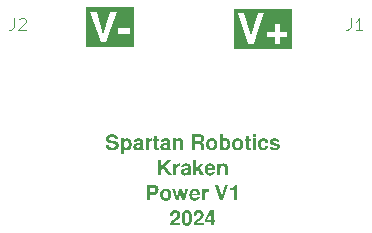
<source format=gbr>
%TF.GenerationSoftware,KiCad,Pcbnew,7.0.9-7.0.9~ubuntu22.04.1*%
%TF.CreationDate,2023-12-28T22:57:09-08:00*%
%TF.ProjectId,kraken-power-adapter,6b72616b-656e-42d7-906f-7765722d6164,1*%
%TF.SameCoordinates,Original*%
%TF.FileFunction,Legend,Top*%
%TF.FilePolarity,Positive*%
%FSLAX46Y46*%
G04 Gerber Fmt 4.6, Leading zero omitted, Abs format (unit mm)*
G04 Created by KiCad (PCBNEW 7.0.9-7.0.9~ubuntu22.04.1) date 2023-12-28 22:57:09*
%MOMM*%
%LPD*%
G01*
G04 APERTURE LIST*
%ADD10C,0.406400*%
%ADD11C,0.254000*%
%ADD12C,0.100000*%
G04 APERTURE END LIST*
D10*
G36*
X115184859Y-106608938D02*
G01*
X110268500Y-106608938D01*
X110268500Y-103605137D01*
X110631357Y-103605137D01*
X111510431Y-106210100D01*
X111964547Y-106210100D01*
X112175384Y-105595306D01*
X113096114Y-105595306D01*
X113746269Y-105595306D01*
X113746269Y-106246081D01*
X114171847Y-106246081D01*
X114171847Y-105595306D01*
X114822002Y-105595306D01*
X114822002Y-105170348D01*
X114171847Y-105170348D01*
X114171847Y-104520193D01*
X113746269Y-104520193D01*
X113746269Y-105170348D01*
X113096114Y-105170348D01*
X113096114Y-105595306D01*
X112175384Y-105595306D01*
X112857889Y-103605137D01*
X112318161Y-103605137D01*
X111749896Y-105566769D01*
X111171085Y-103605137D01*
X110631357Y-103605137D01*
X110268500Y-103605137D01*
X110268500Y-103242280D01*
X115184859Y-103242280D01*
X115184859Y-106608938D01*
G37*
G36*
X101836300Y-106445957D02*
G01*
X97759931Y-106445957D01*
X97759931Y-103478137D01*
X98122788Y-103478137D01*
X99001862Y-106083100D01*
X99455978Y-106083100D01*
X99875098Y-104860957D01*
X100501933Y-104860957D01*
X100501933Y-105343610D01*
X101473443Y-105343610D01*
X101473443Y-104860957D01*
X100501933Y-104860957D01*
X99875098Y-104860957D01*
X100349320Y-103478137D01*
X99809592Y-103478137D01*
X99241327Y-105439769D01*
X98662516Y-103478137D01*
X98122788Y-103478137D01*
X97759931Y-103478137D01*
X97759931Y-103115280D01*
X101836300Y-103115280D01*
X101836300Y-106445957D01*
G37*
D11*
G36*
X100479777Y-114276899D02*
G01*
X100229765Y-114276899D01*
X100228634Y-114264361D01*
X100224939Y-114240479D01*
X100219331Y-114218189D01*
X100211811Y-114197491D01*
X100202380Y-114178386D01*
X100191036Y-114160872D01*
X100177780Y-114144951D01*
X100162613Y-114130622D01*
X100145533Y-114117884D01*
X100126541Y-114106739D01*
X100105637Y-114097187D01*
X100082821Y-114089226D01*
X100070697Y-114085843D01*
X100058094Y-114082857D01*
X100045013Y-114080270D01*
X100031454Y-114078081D01*
X100017417Y-114076290D01*
X100002902Y-114074897D01*
X99987909Y-114073902D01*
X99972438Y-114073305D01*
X99956489Y-114073106D01*
X99943706Y-114073276D01*
X99931257Y-114073789D01*
X99913211Y-114075198D01*
X99895917Y-114077377D01*
X99879376Y-114080324D01*
X99863588Y-114084040D01*
X99848551Y-114088524D01*
X99834268Y-114093778D01*
X99820736Y-114099800D01*
X99807957Y-114106591D01*
X99795931Y-114114151D01*
X99792089Y-114116842D01*
X99781224Y-114125302D01*
X99771428Y-114134279D01*
X99762700Y-114143775D01*
X99755041Y-114153788D01*
X99748451Y-114164320D01*
X99741326Y-114179168D01*
X99737229Y-114190908D01*
X99734201Y-114203166D01*
X99732242Y-114215942D01*
X99731352Y-114229237D01*
X99731292Y-114233783D01*
X99731748Y-114246894D01*
X99733113Y-114259356D01*
X99736351Y-114274962D01*
X99741207Y-114289415D01*
X99747683Y-114302714D01*
X99755777Y-114314860D01*
X99765489Y-114325852D01*
X99776821Y-114335691D01*
X99783094Y-114340178D01*
X99797469Y-114348771D01*
X99810121Y-114355095D01*
X99824375Y-114361315D01*
X99840233Y-114367432D01*
X99857694Y-114373445D01*
X99870225Y-114377397D01*
X99883469Y-114381302D01*
X99897425Y-114385161D01*
X99912093Y-114388974D01*
X99927474Y-114392741D01*
X99943568Y-114396462D01*
X99960374Y-114400137D01*
X99977892Y-114403766D01*
X100181376Y-114442850D01*
X100203558Y-114447539D01*
X100224972Y-114452611D01*
X100245617Y-114458066D01*
X100265495Y-114463904D01*
X100284604Y-114470125D01*
X100302945Y-114476729D01*
X100320518Y-114483715D01*
X100337323Y-114491084D01*
X100353359Y-114498837D01*
X100368628Y-114506972D01*
X100383128Y-114515490D01*
X100396860Y-114524391D01*
X100409823Y-114533675D01*
X100422019Y-114543341D01*
X100433446Y-114553391D01*
X100444105Y-114563824D01*
X100454059Y-114574678D01*
X100463371Y-114586070D01*
X100472040Y-114598000D01*
X100480068Y-114610468D01*
X100487453Y-114623474D01*
X100494196Y-114637018D01*
X100500297Y-114651100D01*
X100505755Y-114665721D01*
X100510572Y-114680879D01*
X100514746Y-114696575D01*
X100518278Y-114712809D01*
X100521168Y-114729581D01*
X100523415Y-114746891D01*
X100525021Y-114764738D01*
X100525984Y-114783124D01*
X100526305Y-114802048D01*
X100525754Y-114826487D01*
X100524100Y-114850249D01*
X100521343Y-114873335D01*
X100517484Y-114895745D01*
X100512522Y-114917478D01*
X100506458Y-114938536D01*
X100499291Y-114958918D01*
X100491021Y-114978623D01*
X100481649Y-114997652D01*
X100471174Y-115016006D01*
X100459596Y-115033683D01*
X100446916Y-115050684D01*
X100433133Y-115067009D01*
X100418248Y-115082657D01*
X100402260Y-115097630D01*
X100385169Y-115111927D01*
X100367095Y-115125449D01*
X100348155Y-115138099D01*
X100328350Y-115149876D01*
X100307680Y-115160781D01*
X100286145Y-115170814D01*
X100263745Y-115179974D01*
X100240480Y-115188262D01*
X100228523Y-115192079D01*
X100216349Y-115195677D01*
X100203960Y-115199058D01*
X100191354Y-115202220D01*
X100178532Y-115205165D01*
X100165493Y-115207891D01*
X100152238Y-115210399D01*
X100138767Y-115212689D01*
X100125080Y-115214761D01*
X100111176Y-115216615D01*
X100097056Y-115218251D01*
X100082720Y-115219669D01*
X100068167Y-115220868D01*
X100053399Y-115221850D01*
X100038414Y-115222613D01*
X100023212Y-115223158D01*
X100007795Y-115223485D01*
X99992161Y-115223594D01*
X99976644Y-115223486D01*
X99961344Y-115223162D01*
X99946262Y-115222621D01*
X99931398Y-115221864D01*
X99916751Y-115220891D01*
X99902321Y-115219701D01*
X99888109Y-115218295D01*
X99874115Y-115216673D01*
X99860338Y-115214835D01*
X99846778Y-115212780D01*
X99833436Y-115210509D01*
X99820311Y-115208022D01*
X99807404Y-115205318D01*
X99794715Y-115202399D01*
X99782243Y-115199262D01*
X99769988Y-115195910D01*
X99757951Y-115192341D01*
X99746132Y-115188556D01*
X99723145Y-115180338D01*
X99701028Y-115171254D01*
X99679782Y-115161305D01*
X99659405Y-115150490D01*
X99639898Y-115138811D01*
X99621261Y-115126267D01*
X99603495Y-115112857D01*
X99586692Y-115098631D01*
X99570871Y-115083636D01*
X99556032Y-115067874D01*
X99542174Y-115051343D01*
X99529298Y-115034044D01*
X99517403Y-115015977D01*
X99506489Y-114997141D01*
X99496557Y-114977537D01*
X99487607Y-114957166D01*
X99479637Y-114936025D01*
X99472650Y-114914117D01*
X99466643Y-114891441D01*
X99461619Y-114867996D01*
X99457575Y-114843783D01*
X99455922Y-114831389D01*
X99454513Y-114818802D01*
X99453350Y-114806024D01*
X99452433Y-114793053D01*
X99713301Y-114793053D01*
X99714458Y-114806041D01*
X99716146Y-114818639D01*
X99718365Y-114830846D01*
X99722688Y-114848426D01*
X99728205Y-114865128D01*
X99734916Y-114880952D01*
X99742821Y-114895898D01*
X99751921Y-114909967D01*
X99762214Y-114923158D01*
X99773702Y-114935470D01*
X99786383Y-114946905D01*
X99795501Y-114954041D01*
X99810110Y-114963908D01*
X99825788Y-114972805D01*
X99842535Y-114980731D01*
X99854293Y-114985476D01*
X99866526Y-114989789D01*
X99879234Y-114993671D01*
X99892417Y-114997122D01*
X99906075Y-115000142D01*
X99920208Y-115002730D01*
X99934816Y-115004887D01*
X99949899Y-115006612D01*
X99965457Y-115007906D01*
X99981489Y-115008769D01*
X99997997Y-115009200D01*
X100006429Y-115009254D01*
X100021429Y-115009074D01*
X100036028Y-115008532D01*
X100050228Y-115007629D01*
X100064027Y-115006366D01*
X100077427Y-115004741D01*
X100090427Y-115002755D01*
X100103028Y-115000408D01*
X100115228Y-114997700D01*
X100132779Y-114992960D01*
X100149430Y-114987409D01*
X100165181Y-114981045D01*
X100180033Y-114973868D01*
X100193985Y-114965880D01*
X100198436Y-114963036D01*
X100211075Y-114953999D01*
X100222471Y-114944334D01*
X100232623Y-114934042D01*
X100241533Y-114923124D01*
X100249199Y-114911578D01*
X100255622Y-114899405D01*
X100260802Y-114886605D01*
X100264739Y-114873178D01*
X100267432Y-114859124D01*
X100268883Y-114844444D01*
X100269159Y-114834308D01*
X100268671Y-114819851D01*
X100267207Y-114806027D01*
X100264767Y-114792836D01*
X100261351Y-114780277D01*
X100256959Y-114768350D01*
X100251591Y-114757056D01*
X100242915Y-114742982D01*
X100235270Y-114733163D01*
X100226649Y-114723978D01*
X100217051Y-114715425D01*
X100213635Y-114712714D01*
X100202590Y-114704843D01*
X100190160Y-114697283D01*
X100176345Y-114690034D01*
X100161146Y-114683096D01*
X100144561Y-114676468D01*
X100132735Y-114672223D01*
X100120293Y-114668115D01*
X100107236Y-114664146D01*
X100093564Y-114660314D01*
X100079276Y-114656621D01*
X100064372Y-114653066D01*
X100048853Y-114649649D01*
X100032718Y-114646370D01*
X100024420Y-114644783D01*
X99842029Y-114609111D01*
X99829753Y-114606724D01*
X99805868Y-114601697D01*
X99782876Y-114596337D01*
X99760775Y-114590642D01*
X99739566Y-114584613D01*
X99719248Y-114578249D01*
X99699823Y-114571551D01*
X99681289Y-114564519D01*
X99663647Y-114557152D01*
X99646897Y-114549450D01*
X99631038Y-114541414D01*
X99616072Y-114533044D01*
X99601997Y-114524339D01*
X99588814Y-114515300D01*
X99576523Y-114505927D01*
X99565123Y-114496219D01*
X99559758Y-114491240D01*
X99549579Y-114480917D01*
X99540056Y-114470035D01*
X99531190Y-114458593D01*
X99522981Y-114446592D01*
X99515429Y-114434030D01*
X99508533Y-114420909D01*
X99502294Y-114407228D01*
X99496712Y-114392987D01*
X99491787Y-114378187D01*
X99487518Y-114362826D01*
X99483906Y-114346906D01*
X99480951Y-114330426D01*
X99478652Y-114313386D01*
X99477010Y-114295787D01*
X99476025Y-114277628D01*
X99475697Y-114258908D01*
X99476202Y-114235362D01*
X99477718Y-114212492D01*
X99480244Y-114190297D01*
X99483781Y-114168779D01*
X99488329Y-114147937D01*
X99493887Y-114127771D01*
X99500455Y-114108282D01*
X99508034Y-114089468D01*
X99516624Y-114071330D01*
X99526224Y-114053869D01*
X99536834Y-114037084D01*
X99548456Y-114020974D01*
X99561087Y-114005541D01*
X99574729Y-113990784D01*
X99589382Y-113976704D01*
X99605046Y-113963299D01*
X99621661Y-113950640D01*
X99639094Y-113938799D01*
X99657343Y-113927774D01*
X99676408Y-113917565D01*
X99696291Y-113908174D01*
X99716990Y-113899599D01*
X99738505Y-113891840D01*
X99760838Y-113884899D01*
X99783987Y-113878774D01*
X99807952Y-113873465D01*
X99820241Y-113871117D01*
X99832735Y-113868974D01*
X99845432Y-113867034D01*
X99858334Y-113865299D01*
X99871440Y-113863767D01*
X99884749Y-113862440D01*
X99898264Y-113861317D01*
X99911982Y-113860399D01*
X99925904Y-113859684D01*
X99940031Y-113859174D01*
X99954362Y-113858867D01*
X99968897Y-113858765D01*
X99981593Y-113858844D01*
X99994207Y-113859082D01*
X100006740Y-113859477D01*
X100019191Y-113860030D01*
X100035665Y-113861014D01*
X100051993Y-113862279D01*
X100068176Y-113863825D01*
X100084214Y-113865652D01*
X100100106Y-113867761D01*
X100116125Y-113870233D01*
X100132385Y-113873305D01*
X100144740Y-113876004D01*
X100157231Y-113879041D01*
X100169858Y-113882417D01*
X100182621Y-113886130D01*
X100195521Y-113890181D01*
X100208557Y-113894570D01*
X100221729Y-113899298D01*
X100235038Y-113904363D01*
X100248299Y-113909681D01*
X100261210Y-113915283D01*
X100273773Y-113921168D01*
X100285987Y-113927336D01*
X100297851Y-113933789D01*
X100309367Y-113940524D01*
X100320534Y-113947543D01*
X100331352Y-113954846D01*
X100341821Y-113962432D01*
X100351940Y-113970302D01*
X100358493Y-113975706D01*
X100368056Y-113984207D01*
X100377319Y-113993307D01*
X100386282Y-114003007D01*
X100394945Y-114013307D01*
X100403308Y-114024207D01*
X100411372Y-114035706D01*
X100419135Y-114047805D01*
X100426599Y-114060504D01*
X100433763Y-114073803D01*
X100440626Y-114087701D01*
X100445036Y-114097300D01*
X100451244Y-114112056D01*
X100456842Y-114127242D01*
X100461830Y-114142859D01*
X100466206Y-114158907D01*
X100469972Y-114175385D01*
X100473127Y-114192294D01*
X100475672Y-114209634D01*
X100477606Y-114227405D01*
X100478929Y-114245606D01*
X100479641Y-114264239D01*
X100479777Y-114276899D01*
G37*
G36*
X101247641Y-114202406D02*
G01*
X101269565Y-114204121D01*
X101290932Y-114206981D01*
X101311741Y-114210984D01*
X101331993Y-114216131D01*
X101351687Y-114222422D01*
X101370825Y-114229857D01*
X101389404Y-114238436D01*
X101407427Y-114248158D01*
X101424892Y-114259025D01*
X101441800Y-114271035D01*
X101458150Y-114284189D01*
X101473943Y-114298487D01*
X101489178Y-114313928D01*
X101503857Y-114330513D01*
X101517977Y-114348243D01*
X101531425Y-114366831D01*
X101544004Y-114385994D01*
X101555716Y-114405731D01*
X101566561Y-114426042D01*
X101576538Y-114446927D01*
X101585647Y-114468387D01*
X101593889Y-114490422D01*
X101601263Y-114513030D01*
X101607770Y-114536213D01*
X101613409Y-114559970D01*
X101618180Y-114584302D01*
X101620241Y-114596683D01*
X101622084Y-114609208D01*
X101623711Y-114621876D01*
X101625121Y-114634688D01*
X101626314Y-114647644D01*
X101627290Y-114660743D01*
X101628049Y-114673986D01*
X101628591Y-114687372D01*
X101628917Y-114700902D01*
X101629025Y-114714575D01*
X101628912Y-114728229D01*
X101628574Y-114741738D01*
X101628011Y-114755104D01*
X101627222Y-114768325D01*
X101626208Y-114781402D01*
X101624968Y-114794335D01*
X101623503Y-114807123D01*
X101621813Y-114819768D01*
X101619897Y-114832268D01*
X101617756Y-114844624D01*
X101615390Y-114856836D01*
X101609981Y-114880827D01*
X101603671Y-114904241D01*
X101596459Y-114927079D01*
X101588345Y-114949340D01*
X101579331Y-114971024D01*
X101569414Y-114992131D01*
X101558596Y-115012662D01*
X101546877Y-115032616D01*
X101534256Y-115051993D01*
X101520734Y-115070793D01*
X101513635Y-115079977D01*
X101499022Y-115097594D01*
X101483954Y-115114074D01*
X101468430Y-115129417D01*
X101452450Y-115143624D01*
X101436015Y-115156694D01*
X101419124Y-115168628D01*
X101401778Y-115179425D01*
X101383976Y-115189086D01*
X101365719Y-115197610D01*
X101347006Y-115204998D01*
X101327837Y-115211249D01*
X101308213Y-115216363D01*
X101288133Y-115220341D01*
X101267597Y-115223182D01*
X101246606Y-115224887D01*
X101225160Y-115225456D01*
X101203175Y-115224841D01*
X101181888Y-115222998D01*
X101161300Y-115219927D01*
X101141409Y-115215626D01*
X101122216Y-115210098D01*
X101103721Y-115203340D01*
X101085924Y-115195354D01*
X101068825Y-115186139D01*
X101052423Y-115175696D01*
X101036720Y-115164024D01*
X101021715Y-115151123D01*
X101007407Y-115136994D01*
X100993798Y-115121636D01*
X100980886Y-115105049D01*
X100968673Y-115087234D01*
X100957157Y-115068190D01*
X100957157Y-115572246D01*
X100706835Y-115572246D01*
X100706835Y-114714575D01*
X100957157Y-114714575D01*
X100957383Y-114731352D01*
X100958063Y-114747717D01*
X100959196Y-114763670D01*
X100960782Y-114779211D01*
X100962821Y-114794340D01*
X100965314Y-114809057D01*
X100968259Y-114823362D01*
X100971658Y-114837255D01*
X100975510Y-114850736D01*
X100979815Y-114863805D01*
X100984573Y-114876462D01*
X100989785Y-114888707D01*
X100995449Y-114900540D01*
X101001567Y-114911962D01*
X101008138Y-114922971D01*
X101015162Y-114933568D01*
X101022556Y-114943597D01*
X101034182Y-114957428D01*
X101046452Y-114969802D01*
X101059366Y-114980721D01*
X101072923Y-114990184D01*
X101087123Y-114998191D01*
X101101966Y-115004742D01*
X101117453Y-115009837D01*
X101133584Y-115013477D01*
X101150358Y-115015661D01*
X101167775Y-115016389D01*
X101184923Y-115015652D01*
X101201471Y-115013444D01*
X101217420Y-115009764D01*
X101232769Y-115004611D01*
X101247518Y-114997986D01*
X101261667Y-114989889D01*
X101275217Y-114980320D01*
X101288167Y-114969279D01*
X101300517Y-114956765D01*
X101312267Y-114942779D01*
X101319767Y-114932638D01*
X101326904Y-114921948D01*
X101333580Y-114910895D01*
X101339796Y-114899479D01*
X101345552Y-114887699D01*
X101350847Y-114875556D01*
X101355681Y-114863049D01*
X101360055Y-114850178D01*
X101363969Y-114836945D01*
X101367422Y-114823347D01*
X101370415Y-114809386D01*
X101372947Y-114795062D01*
X101375019Y-114780374D01*
X101376631Y-114765322D01*
X101377782Y-114749908D01*
X101378473Y-114734129D01*
X101378703Y-114717987D01*
X101378476Y-114701017D01*
X101377797Y-114684458D01*
X101376664Y-114668311D01*
X101375078Y-114652576D01*
X101373038Y-114637253D01*
X101370546Y-114622343D01*
X101367600Y-114607844D01*
X101364202Y-114593757D01*
X101360350Y-114580082D01*
X101356045Y-114566819D01*
X101351286Y-114553968D01*
X101346075Y-114541529D01*
X101340410Y-114529502D01*
X101334293Y-114517887D01*
X101327722Y-114506684D01*
X101320698Y-114495892D01*
X101313303Y-114485600D01*
X101301670Y-114471407D01*
X101289388Y-114458709D01*
X101276457Y-114447504D01*
X101262878Y-114437793D01*
X101248649Y-114429576D01*
X101233772Y-114422853D01*
X101218246Y-114417624D01*
X101202071Y-114413889D01*
X101185247Y-114411648D01*
X101167775Y-114410901D01*
X101150358Y-114411640D01*
X101133584Y-114413856D01*
X101117453Y-114417550D01*
X101101966Y-114422722D01*
X101087123Y-114429371D01*
X101072923Y-114437498D01*
X101059366Y-114447103D01*
X101046452Y-114458185D01*
X101034182Y-114470745D01*
X101022556Y-114484783D01*
X101015162Y-114494962D01*
X101008138Y-114505634D01*
X101001567Y-114516714D01*
X100995449Y-114528200D01*
X100989785Y-114540094D01*
X100984573Y-114552395D01*
X100979815Y-114565103D01*
X100975510Y-114578218D01*
X100971658Y-114591741D01*
X100968259Y-114605670D01*
X100965314Y-114620006D01*
X100962821Y-114634750D01*
X100960782Y-114649901D01*
X100959196Y-114665459D01*
X100958063Y-114681424D01*
X100957383Y-114697796D01*
X100957157Y-114714575D01*
X100706835Y-114714575D01*
X100706835Y-114217964D01*
X100957157Y-114217964D01*
X100957157Y-114360650D01*
X100968673Y-114341419D01*
X100980886Y-114323428D01*
X100993798Y-114306677D01*
X101007407Y-114291168D01*
X101021715Y-114276899D01*
X101036720Y-114263871D01*
X101052423Y-114252084D01*
X101068825Y-114241538D01*
X101085924Y-114232232D01*
X101103721Y-114224167D01*
X101122216Y-114217343D01*
X101141409Y-114211760D01*
X101161300Y-114207417D01*
X101181888Y-114204315D01*
X101203175Y-114202454D01*
X101225160Y-114201834D01*
X101247641Y-114202406D01*
G37*
G36*
X102224996Y-114202123D02*
G01*
X102248518Y-114202992D01*
X102271270Y-114204440D01*
X102293250Y-114206467D01*
X102314459Y-114209073D01*
X102334896Y-114212259D01*
X102354563Y-114216024D01*
X102373458Y-114220367D01*
X102391582Y-114225291D01*
X102408934Y-114230793D01*
X102425516Y-114236874D01*
X102441326Y-114243535D01*
X102456365Y-114250774D01*
X102470633Y-114258593D01*
X102484129Y-114266991D01*
X102496855Y-114275969D01*
X102508809Y-114285525D01*
X102519991Y-114295661D01*
X102530403Y-114306376D01*
X102540043Y-114317670D01*
X102548913Y-114329543D01*
X102557011Y-114341995D01*
X102564337Y-114355027D01*
X102570893Y-114368638D01*
X102576677Y-114382827D01*
X102581690Y-114397597D01*
X102585932Y-114412945D01*
X102589402Y-114428872D01*
X102592102Y-114445379D01*
X102594030Y-114462465D01*
X102595186Y-114480130D01*
X102595572Y-114498374D01*
X102595572Y-115034379D01*
X102596464Y-115050674D01*
X102599139Y-115066523D01*
X102603598Y-115081926D01*
X102609841Y-115096882D01*
X102617867Y-115111393D01*
X102625057Y-115121984D01*
X102633250Y-115132324D01*
X102642447Y-115142413D01*
X102652647Y-115152251D01*
X102652647Y-115182650D01*
X102381232Y-115182650D01*
X102373011Y-115170889D01*
X102366183Y-115157901D01*
X102360749Y-115143687D01*
X102357404Y-115131432D01*
X102354952Y-115118392D01*
X102353391Y-115104567D01*
X102352722Y-115089956D01*
X102352695Y-115086181D01*
X102336028Y-115102821D01*
X102319141Y-115118387D01*
X102302033Y-115132880D01*
X102284705Y-115146299D01*
X102267156Y-115158645D01*
X102249387Y-115169917D01*
X102231398Y-115180116D01*
X102213187Y-115189241D01*
X102194757Y-115197293D01*
X102176105Y-115204271D01*
X102157233Y-115210175D01*
X102138141Y-115215006D01*
X102118828Y-115218763D01*
X102099295Y-115221447D01*
X102079541Y-115223058D01*
X102059566Y-115223594D01*
X102043250Y-115223284D01*
X102027336Y-115222354D01*
X102011824Y-115220803D01*
X101996715Y-115218631D01*
X101982007Y-115215840D01*
X101967702Y-115212428D01*
X101953799Y-115208395D01*
X101940299Y-115203742D01*
X101927201Y-115198469D01*
X101914505Y-115192576D01*
X101902211Y-115186062D01*
X101890320Y-115178927D01*
X101878831Y-115171173D01*
X101867744Y-115162797D01*
X101857059Y-115153802D01*
X101846777Y-115144186D01*
X101837049Y-115134060D01*
X101827948Y-115123534D01*
X101819475Y-115112609D01*
X101811629Y-115101283D01*
X101804411Y-115089558D01*
X101797821Y-115077433D01*
X101791858Y-115064908D01*
X101786523Y-115051983D01*
X101781816Y-115038658D01*
X101777736Y-115024933D01*
X101774284Y-115010809D01*
X101771460Y-114996284D01*
X101769263Y-114981360D01*
X101767694Y-114966036D01*
X101766752Y-114950312D01*
X101766438Y-114934189D01*
X101766716Y-114918435D01*
X101767409Y-114905651D01*
X102016760Y-114905651D01*
X102017332Y-114918718D01*
X102019048Y-114931087D01*
X102022801Y-114945566D01*
X102028342Y-114958955D01*
X102035669Y-114971254D01*
X102044784Y-114982462D01*
X102053363Y-114990643D01*
X102065437Y-114999668D01*
X102078784Y-115007164D01*
X102090377Y-115012059D01*
X102102784Y-115015975D01*
X102116006Y-115018912D01*
X102130042Y-115020870D01*
X102144893Y-115021850D01*
X102152623Y-115021972D01*
X102169986Y-115021454D01*
X102186596Y-115019900D01*
X102202454Y-115017310D01*
X102217559Y-115013684D01*
X102231912Y-115009022D01*
X102245512Y-115003324D01*
X102258360Y-114996590D01*
X102270456Y-114988821D01*
X102281799Y-114980015D01*
X102292390Y-114970173D01*
X102299032Y-114963036D01*
X102308289Y-114951491D01*
X102316636Y-114939074D01*
X102324073Y-114925784D01*
X102330598Y-114911622D01*
X102336214Y-114896588D01*
X102340918Y-114880681D01*
X102344712Y-114863902D01*
X102347596Y-114846250D01*
X102349569Y-114827726D01*
X102350378Y-114814892D01*
X102350783Y-114801670D01*
X102350833Y-114794914D01*
X102350833Y-114726983D01*
X102339262Y-114731978D01*
X102325873Y-114736882D01*
X102313853Y-114740740D01*
X102300670Y-114744540D01*
X102286324Y-114748282D01*
X102270814Y-114751965D01*
X102258419Y-114754689D01*
X102245369Y-114757381D01*
X102159757Y-114773511D01*
X102145394Y-114776661D01*
X102131848Y-114780061D01*
X102119120Y-114783713D01*
X102107209Y-114787615D01*
X102092602Y-114793208D01*
X102079448Y-114799247D01*
X102067748Y-114805732D01*
X102055167Y-114814465D01*
X102048710Y-114820039D01*
X102039506Y-114830145D01*
X102031862Y-114841462D01*
X102025777Y-114853990D01*
X102021253Y-114867731D01*
X102018289Y-114882683D01*
X102017041Y-114895517D01*
X102016760Y-114905651D01*
X101767409Y-114905651D01*
X101767548Y-114903086D01*
X101768936Y-114888141D01*
X101770878Y-114873600D01*
X101773375Y-114859463D01*
X101776427Y-114845730D01*
X101780035Y-114832402D01*
X101784197Y-114819477D01*
X101788914Y-114806957D01*
X101794186Y-114794840D01*
X101800013Y-114783128D01*
X101806395Y-114771819D01*
X101813331Y-114760915D01*
X101820823Y-114750415D01*
X101828870Y-114740319D01*
X101837472Y-114730627D01*
X101846628Y-114721340D01*
X101856340Y-114712456D01*
X101866606Y-114703976D01*
X101877428Y-114695901D01*
X101888804Y-114688229D01*
X101900735Y-114680962D01*
X101913222Y-114674099D01*
X101926263Y-114667640D01*
X101939859Y-114661585D01*
X101954010Y-114655934D01*
X101968716Y-114650687D01*
X101983977Y-114645844D01*
X101999793Y-114641406D01*
X102016164Y-114637371D01*
X102033090Y-114633741D01*
X102050571Y-114630514D01*
X102150762Y-114612833D01*
X102163728Y-114611459D01*
X102177057Y-114609742D01*
X102186434Y-114608491D01*
X102199419Y-114606544D01*
X102212800Y-114604303D01*
X102225543Y-114601586D01*
X102227378Y-114601046D01*
X102239492Y-114597884D01*
X102251657Y-114595170D01*
X102262120Y-114592981D01*
X102275549Y-114589868D01*
X102287593Y-114586063D01*
X102298722Y-114580574D01*
X102309052Y-114573500D01*
X102319231Y-114566114D01*
X102324778Y-114561962D01*
X102334054Y-114553456D01*
X102341499Y-114543256D01*
X102345250Y-114534976D01*
X102348652Y-114522966D01*
X102350484Y-114509735D01*
X102350833Y-114500235D01*
X102349560Y-114482995D01*
X102345741Y-114467451D01*
X102339375Y-114453602D01*
X102330463Y-114441449D01*
X102319004Y-114430992D01*
X102304999Y-114422231D01*
X102288448Y-114415166D01*
X102276000Y-114411397D01*
X102262419Y-114408383D01*
X102247707Y-114406122D01*
X102231863Y-114404614D01*
X102214888Y-114403861D01*
X102205975Y-114403766D01*
X102189071Y-114404017D01*
X102173137Y-114404770D01*
X102158173Y-114406024D01*
X102144180Y-114407779D01*
X102131158Y-114410037D01*
X102115304Y-114413827D01*
X102101176Y-114418509D01*
X102088773Y-114424083D01*
X102078096Y-114430548D01*
X102075696Y-114432304D01*
X102064664Y-114442358D01*
X102056841Y-114452036D01*
X102049911Y-114463169D01*
X102043872Y-114475756D01*
X102038724Y-114489797D01*
X102034469Y-114505292D01*
X102031863Y-114517867D01*
X102029758Y-114531260D01*
X102029168Y-114535907D01*
X101788152Y-114535907D01*
X101789944Y-114515353D01*
X101792453Y-114495453D01*
X101795678Y-114476204D01*
X101799619Y-114457608D01*
X101804276Y-114439665D01*
X101809649Y-114422374D01*
X101815738Y-114405736D01*
X101822544Y-114389750D01*
X101830065Y-114374416D01*
X101838303Y-114359735D01*
X101847256Y-114345707D01*
X101856926Y-114332331D01*
X101867312Y-114319607D01*
X101878414Y-114307536D01*
X101890232Y-114296118D01*
X101902766Y-114285352D01*
X101916016Y-114275238D01*
X101929983Y-114265777D01*
X101944665Y-114256969D01*
X101960064Y-114248813D01*
X101976178Y-114241309D01*
X101993009Y-114234458D01*
X102010556Y-114228259D01*
X102028819Y-114222713D01*
X102047798Y-114217820D01*
X102067493Y-114213578D01*
X102087904Y-114209990D01*
X102109032Y-114207054D01*
X102130875Y-114204770D01*
X102153435Y-114203139D01*
X102176710Y-114202160D01*
X102200702Y-114201834D01*
X102224996Y-114202123D01*
G37*
G36*
X102817357Y-114217964D02*
G01*
X103067679Y-114217964D01*
X103067679Y-114407178D01*
X103072728Y-114395063D01*
X103078027Y-114383299D01*
X103083575Y-114371886D01*
X103089373Y-114360825D01*
X103098537Y-114344891D01*
X103108264Y-114329749D01*
X103118552Y-114315397D01*
X103129401Y-114301836D01*
X103140813Y-114289065D01*
X103152786Y-114277085D01*
X103165320Y-114265895D01*
X103178416Y-114255496D01*
X103191921Y-114245906D01*
X103205682Y-114237259D01*
X103219700Y-114229556D01*
X103233974Y-114222796D01*
X103248504Y-114216979D01*
X103263290Y-114212105D01*
X103278333Y-114208175D01*
X103293632Y-114205188D01*
X103309187Y-114203144D01*
X103324998Y-114202043D01*
X103335682Y-114201834D01*
X103348480Y-114202141D01*
X103361576Y-114203159D01*
X103366080Y-114203695D01*
X103366080Y-114457119D01*
X103352379Y-114455063D01*
X103339193Y-114453357D01*
X103326522Y-114451998D01*
X103311996Y-114450827D01*
X103298212Y-114450159D01*
X103287292Y-114449984D01*
X103273781Y-114450199D01*
X103260698Y-114450844D01*
X103248045Y-114451917D01*
X103224025Y-114455354D01*
X103201720Y-114460508D01*
X103181131Y-114467381D01*
X103162258Y-114475972D01*
X103145101Y-114486280D01*
X103129660Y-114498308D01*
X103115934Y-114512053D01*
X103103924Y-114527516D01*
X103093629Y-114544698D01*
X103085051Y-114563597D01*
X103078188Y-114584215D01*
X103073040Y-114606551D01*
X103069609Y-114630605D01*
X103068537Y-114643277D01*
X103067893Y-114656378D01*
X103067679Y-114669908D01*
X103067679Y-115182650D01*
X102817357Y-115182650D01*
X102817357Y-114217964D01*
G37*
G36*
X103947683Y-114237505D02*
G01*
X103947683Y-114403766D01*
X103808409Y-114403766D01*
X103808409Y-114928915D01*
X103808656Y-114944289D01*
X103809397Y-114958306D01*
X103810633Y-114970965D01*
X103812873Y-114984881D01*
X103816581Y-114998782D01*
X103822313Y-115011140D01*
X103824228Y-115013907D01*
X103834426Y-115022864D01*
X103846847Y-115028602D01*
X103860093Y-115031960D01*
X103872964Y-115033660D01*
X103887501Y-115034359D01*
X103890609Y-115034379D01*
X103903024Y-115033962D01*
X103916449Y-115032891D01*
X103930041Y-115031413D01*
X103943062Y-115029745D01*
X103947683Y-115029106D01*
X103947683Y-115204053D01*
X103932125Y-115208633D01*
X103919986Y-115211667D01*
X103907444Y-115214358D01*
X103894498Y-115216705D01*
X103881148Y-115218709D01*
X103867395Y-115220369D01*
X103853238Y-115221686D01*
X103838678Y-115222659D01*
X103823715Y-115223289D01*
X103808348Y-115223575D01*
X103803136Y-115223594D01*
X103788059Y-115223373D01*
X103773462Y-115222709D01*
X103759343Y-115221601D01*
X103745702Y-115220051D01*
X103732540Y-115218059D01*
X103719857Y-115215623D01*
X103707653Y-115212744D01*
X103684679Y-115205658D01*
X103663620Y-115196801D01*
X103644476Y-115186172D01*
X103627246Y-115173772D01*
X103611930Y-115159600D01*
X103598529Y-115143657D01*
X103587043Y-115125942D01*
X103577470Y-115106456D01*
X103569813Y-115085199D01*
X103564069Y-115062169D01*
X103560240Y-115037369D01*
X103559044Y-115024304D01*
X103558326Y-115010797D01*
X103558087Y-114996847D01*
X103558087Y-114403766D01*
X103434942Y-114403766D01*
X103434942Y-114237505D01*
X103558087Y-114237505D01*
X103558087Y-113978498D01*
X103808409Y-113978498D01*
X103808409Y-114237505D01*
X103947683Y-114237505D01*
G37*
G36*
X104527835Y-114202123D02*
G01*
X104551357Y-114202992D01*
X104574109Y-114204440D01*
X104596089Y-114206467D01*
X104617297Y-114209073D01*
X104637735Y-114212259D01*
X104657401Y-114216024D01*
X104676297Y-114220367D01*
X104694420Y-114225291D01*
X104711773Y-114230793D01*
X104728355Y-114236874D01*
X104744165Y-114243535D01*
X104759204Y-114250774D01*
X104773472Y-114258593D01*
X104786968Y-114266991D01*
X104799693Y-114275969D01*
X104811647Y-114285525D01*
X104822830Y-114295661D01*
X104833242Y-114306376D01*
X104842882Y-114317670D01*
X104851751Y-114329543D01*
X104859849Y-114341995D01*
X104867176Y-114355027D01*
X104873731Y-114368638D01*
X104879516Y-114382827D01*
X104884529Y-114397597D01*
X104888770Y-114412945D01*
X104892241Y-114428872D01*
X104894940Y-114445379D01*
X104896868Y-114462465D01*
X104898025Y-114480130D01*
X104898411Y-114498374D01*
X104898411Y-115034379D01*
X104899303Y-115050674D01*
X104901978Y-115066523D01*
X104906437Y-115081926D01*
X104912680Y-115096882D01*
X104920706Y-115111393D01*
X104927896Y-115121984D01*
X104936089Y-115132324D01*
X104945286Y-115142413D01*
X104955486Y-115152251D01*
X104955486Y-115182650D01*
X104684071Y-115182650D01*
X104675849Y-115170889D01*
X104669022Y-115157901D01*
X104663587Y-115143687D01*
X104660243Y-115131432D01*
X104657791Y-115118392D01*
X104656230Y-115104567D01*
X104655561Y-115089956D01*
X104655533Y-115086181D01*
X104638867Y-115102821D01*
X104621980Y-115118387D01*
X104604872Y-115132880D01*
X104587544Y-115146299D01*
X104569995Y-115158645D01*
X104552226Y-115169917D01*
X104534236Y-115180116D01*
X104516026Y-115189241D01*
X104497595Y-115197293D01*
X104478944Y-115204271D01*
X104460072Y-115210175D01*
X104440980Y-115215006D01*
X104421667Y-115218763D01*
X104402134Y-115221447D01*
X104382380Y-115223058D01*
X104362405Y-115223594D01*
X104346089Y-115223284D01*
X104330175Y-115222354D01*
X104314663Y-115220803D01*
X104299553Y-115218631D01*
X104284846Y-115215840D01*
X104270541Y-115212428D01*
X104256638Y-115208395D01*
X104243138Y-115203742D01*
X104230040Y-115198469D01*
X104217344Y-115192576D01*
X104205050Y-115186062D01*
X104193159Y-115178927D01*
X104181670Y-115171173D01*
X104170583Y-115162797D01*
X104159898Y-115153802D01*
X104149616Y-115144186D01*
X104139887Y-115134060D01*
X104130787Y-115123534D01*
X104122313Y-115112609D01*
X104114468Y-115101283D01*
X104107250Y-115089558D01*
X104100660Y-115077433D01*
X104094697Y-115064908D01*
X104089362Y-115051983D01*
X104084655Y-115038658D01*
X104080575Y-115024933D01*
X104077123Y-115010809D01*
X104074298Y-114996284D01*
X104072102Y-114981360D01*
X104070533Y-114966036D01*
X104069591Y-114950312D01*
X104069277Y-114934189D01*
X104069555Y-114918435D01*
X104070248Y-114905651D01*
X104319599Y-114905651D01*
X104320171Y-114918718D01*
X104321887Y-114931087D01*
X104325640Y-114945566D01*
X104331180Y-114958955D01*
X104338508Y-114971254D01*
X104347623Y-114982462D01*
X104356202Y-114990643D01*
X104368276Y-114999668D01*
X104381622Y-115007164D01*
X104393216Y-115012059D01*
X104405623Y-115015975D01*
X104418845Y-115018912D01*
X104432881Y-115020870D01*
X104447731Y-115021850D01*
X104455462Y-115021972D01*
X104472824Y-115021454D01*
X104489435Y-115019900D01*
X104505292Y-115017310D01*
X104520398Y-115013684D01*
X104534751Y-115009022D01*
X104548351Y-115003324D01*
X104561199Y-114996590D01*
X104573295Y-114988821D01*
X104584638Y-114980015D01*
X104595228Y-114970173D01*
X104601871Y-114963036D01*
X104611128Y-114951491D01*
X104619475Y-114939074D01*
X104626911Y-114925784D01*
X104633437Y-114911622D01*
X104639052Y-114896588D01*
X104643757Y-114880681D01*
X104647551Y-114863902D01*
X104650435Y-114846250D01*
X104652408Y-114827726D01*
X104653217Y-114814892D01*
X104653622Y-114801670D01*
X104653672Y-114794914D01*
X104653672Y-114726983D01*
X104642101Y-114731978D01*
X104628712Y-114736882D01*
X104616692Y-114740740D01*
X104603509Y-114744540D01*
X104589163Y-114748282D01*
X104573653Y-114751965D01*
X104561258Y-114754689D01*
X104548208Y-114757381D01*
X104462596Y-114773511D01*
X104448232Y-114776661D01*
X104434686Y-114780061D01*
X104421958Y-114783713D01*
X104410048Y-114787615D01*
X104395440Y-114793208D01*
X104382286Y-114799247D01*
X104370586Y-114805732D01*
X104358006Y-114814465D01*
X104351549Y-114820039D01*
X104342345Y-114830145D01*
X104334700Y-114841462D01*
X104328616Y-114853990D01*
X104324092Y-114867731D01*
X104321128Y-114882683D01*
X104319880Y-114895517D01*
X104319599Y-114905651D01*
X104070248Y-114905651D01*
X104070387Y-114903086D01*
X104071774Y-114888141D01*
X104073717Y-114873600D01*
X104076214Y-114859463D01*
X104079266Y-114845730D01*
X104082873Y-114832402D01*
X104087036Y-114819477D01*
X104091753Y-114806957D01*
X104097025Y-114794840D01*
X104102851Y-114783128D01*
X104109233Y-114771819D01*
X104116170Y-114760915D01*
X104123662Y-114750415D01*
X104131709Y-114740319D01*
X104140310Y-114730627D01*
X104149467Y-114721340D01*
X104159179Y-114712456D01*
X104169445Y-114703976D01*
X104180267Y-114695901D01*
X104191643Y-114688229D01*
X104203574Y-114680962D01*
X104216061Y-114674099D01*
X104229102Y-114667640D01*
X104242698Y-114661585D01*
X104256849Y-114655934D01*
X104271555Y-114650687D01*
X104286816Y-114645844D01*
X104302632Y-114641406D01*
X104319003Y-114637371D01*
X104335929Y-114633741D01*
X104353410Y-114630514D01*
X104453601Y-114612833D01*
X104466567Y-114611459D01*
X104479895Y-114609742D01*
X104489272Y-114608491D01*
X104502258Y-114606544D01*
X104515638Y-114604303D01*
X104528382Y-114601586D01*
X104530217Y-114601046D01*
X104542331Y-114597884D01*
X104554496Y-114595170D01*
X104564958Y-114592981D01*
X104578388Y-114589868D01*
X104590432Y-114586063D01*
X104601561Y-114580574D01*
X104611891Y-114573500D01*
X104622069Y-114566114D01*
X104627616Y-114561962D01*
X104636893Y-114553456D01*
X104644337Y-114543256D01*
X104648089Y-114534976D01*
X104651491Y-114522966D01*
X104653323Y-114509735D01*
X104653672Y-114500235D01*
X104652399Y-114482995D01*
X104648580Y-114467451D01*
X104642214Y-114453602D01*
X104633302Y-114441449D01*
X104621843Y-114430992D01*
X104607838Y-114422231D01*
X104591287Y-114415166D01*
X104578838Y-114411397D01*
X104565258Y-114408383D01*
X104550546Y-114406122D01*
X104534702Y-114404614D01*
X104517726Y-114403861D01*
X104508814Y-114403766D01*
X104491910Y-114404017D01*
X104475975Y-114404770D01*
X104461012Y-114406024D01*
X104447019Y-114407779D01*
X104433996Y-114410037D01*
X104418143Y-114413827D01*
X104404015Y-114418509D01*
X104391612Y-114424083D01*
X104380935Y-114430548D01*
X104378535Y-114432304D01*
X104367503Y-114442358D01*
X104359680Y-114452036D01*
X104352749Y-114463169D01*
X104346710Y-114475756D01*
X104341563Y-114489797D01*
X104337308Y-114505292D01*
X104334702Y-114517867D01*
X104332597Y-114531260D01*
X104332007Y-114535907D01*
X104090990Y-114535907D01*
X104092783Y-114515353D01*
X104095292Y-114495453D01*
X104098517Y-114476204D01*
X104102458Y-114457608D01*
X104107115Y-114439665D01*
X104112488Y-114422374D01*
X104118577Y-114405736D01*
X104125383Y-114389750D01*
X104132904Y-114374416D01*
X104141142Y-114359735D01*
X104150095Y-114345707D01*
X104159765Y-114332331D01*
X104170151Y-114319607D01*
X104181253Y-114307536D01*
X104193071Y-114296118D01*
X104205605Y-114285352D01*
X104218855Y-114275238D01*
X104232822Y-114265777D01*
X104247504Y-114256969D01*
X104262903Y-114248813D01*
X104279017Y-114241309D01*
X104295848Y-114234458D01*
X104313395Y-114228259D01*
X104331658Y-114222713D01*
X104350637Y-114217820D01*
X104370332Y-114213578D01*
X104390743Y-114209990D01*
X104411871Y-114207054D01*
X104433714Y-114204770D01*
X104456274Y-114203139D01*
X104479549Y-114202160D01*
X104503541Y-114201834D01*
X104527835Y-114202123D01*
G37*
G36*
X105120196Y-114217964D02*
G01*
X105370518Y-114217964D01*
X105370518Y-114357238D01*
X105383789Y-114338420D01*
X105397703Y-114320815D01*
X105412259Y-114304425D01*
X105427457Y-114289249D01*
X105443297Y-114275287D01*
X105459779Y-114262539D01*
X105476904Y-114251005D01*
X105494671Y-114240685D01*
X105513079Y-114231579D01*
X105532131Y-114223687D01*
X105551824Y-114217010D01*
X105572159Y-114211547D01*
X105593137Y-114207297D01*
X105614757Y-114204262D01*
X105637019Y-114202441D01*
X105659923Y-114201834D01*
X105678847Y-114202175D01*
X105697233Y-114203200D01*
X105715081Y-114204909D01*
X105732391Y-114207301D01*
X105749163Y-114210376D01*
X105765397Y-114214135D01*
X105781093Y-114218577D01*
X105796251Y-114223702D01*
X105810871Y-114229511D01*
X105824953Y-114236003D01*
X105838497Y-114243178D01*
X105851504Y-114251037D01*
X105863972Y-114259580D01*
X105875902Y-114268805D01*
X105887294Y-114278714D01*
X105898148Y-114289307D01*
X105908440Y-114300521D01*
X105918068Y-114312295D01*
X105927032Y-114324628D01*
X105935332Y-114337522D01*
X105942968Y-114350975D01*
X105949940Y-114364988D01*
X105956248Y-114379561D01*
X105961892Y-114394693D01*
X105966872Y-114410386D01*
X105971188Y-114426638D01*
X105974840Y-114443450D01*
X105977828Y-114460822D01*
X105980152Y-114478753D01*
X105981812Y-114497245D01*
X105982808Y-114516296D01*
X105983140Y-114535907D01*
X105983140Y-115182650D01*
X105733128Y-115182650D01*
X105733128Y-114587708D01*
X105732500Y-114566711D01*
X105730617Y-114547069D01*
X105727479Y-114528781D01*
X105723086Y-114511848D01*
X105717437Y-114496269D01*
X105710533Y-114482045D01*
X105702373Y-114469176D01*
X105692958Y-114457662D01*
X105682288Y-114447502D01*
X105670363Y-114438697D01*
X105657183Y-114431246D01*
X105642747Y-114425150D01*
X105627056Y-114420409D01*
X105610109Y-114417022D01*
X105591907Y-114414990D01*
X105572450Y-114414313D01*
X105555665Y-114414768D01*
X105539506Y-114416134D01*
X105523975Y-114418410D01*
X105509070Y-114421597D01*
X105494793Y-114425695D01*
X105481142Y-114430703D01*
X105468119Y-114436622D01*
X105455723Y-114443451D01*
X105443953Y-114451191D01*
X105432811Y-114459841D01*
X105425731Y-114466114D01*
X105415864Y-114476127D01*
X105406967Y-114486739D01*
X105399041Y-114497952D01*
X105392085Y-114509764D01*
X105386100Y-114522175D01*
X105381086Y-114535187D01*
X105377042Y-114548798D01*
X105373968Y-114563009D01*
X105371866Y-114577820D01*
X105370733Y-114593231D01*
X105370518Y-114603838D01*
X105370518Y-115182650D01*
X105120196Y-115182650D01*
X105120196Y-114217964D01*
G37*
G36*
X107441343Y-113880302D02*
G01*
X107459556Y-113881001D01*
X107477279Y-113882301D01*
X107494510Y-113884200D01*
X107511251Y-113886699D01*
X107527502Y-113889798D01*
X107543261Y-113893497D01*
X107558530Y-113897795D01*
X107573309Y-113902693D01*
X107587596Y-113908191D01*
X107601393Y-113914289D01*
X107614631Y-113920819D01*
X107627241Y-113927731D01*
X107639225Y-113935025D01*
X107650582Y-113942700D01*
X107661311Y-113950757D01*
X107671414Y-113959196D01*
X107680890Y-113968016D01*
X107689738Y-113977219D01*
X107697960Y-113986802D01*
X107705554Y-113996768D01*
X107710269Y-114003623D01*
X107719100Y-114017446D01*
X107727290Y-114031308D01*
X107734842Y-114045208D01*
X107741753Y-114059147D01*
X107748025Y-114073125D01*
X107753656Y-114087142D01*
X107758649Y-114101197D01*
X107763001Y-114115291D01*
X107766781Y-114129400D01*
X107770058Y-114143654D01*
X107772830Y-114158054D01*
X107775098Y-114172598D01*
X107776862Y-114187289D01*
X107778123Y-114202125D01*
X107778879Y-114217106D01*
X107779131Y-114232232D01*
X107778916Y-114246820D01*
X107778272Y-114261114D01*
X107777198Y-114275115D01*
X107775694Y-114288822D01*
X107773761Y-114302237D01*
X107771399Y-114315358D01*
X107768607Y-114328186D01*
X107765385Y-114340721D01*
X107761734Y-114352962D01*
X107757654Y-114364910D01*
X107753144Y-114376566D01*
X107742835Y-114398996D01*
X107730808Y-114420254D01*
X107717062Y-114440338D01*
X107701599Y-114459250D01*
X107684417Y-114476989D01*
X107675182Y-114485419D01*
X107665518Y-114493555D01*
X107655424Y-114501398D01*
X107644900Y-114508948D01*
X107633947Y-114516205D01*
X107622564Y-114523168D01*
X107610752Y-114529839D01*
X107598510Y-114536216D01*
X107585838Y-114542299D01*
X107572738Y-114548090D01*
X107559207Y-114553587D01*
X107570912Y-114558424D01*
X107584439Y-114564116D01*
X107596739Y-114569414D01*
X107609879Y-114575252D01*
X107621253Y-114580523D01*
X107630861Y-114585227D01*
X107642531Y-114591934D01*
X107652807Y-114599394D01*
X107663142Y-114608338D01*
X107672048Y-114617186D01*
X107678009Y-114623690D01*
X107686515Y-114633508D01*
X107695005Y-114644494D01*
X107701952Y-114654975D01*
X107708001Y-114666336D01*
X107710269Y-114671769D01*
X107714301Y-114684700D01*
X107717326Y-114697325D01*
X107719846Y-114709761D01*
X107722366Y-114723939D01*
X107724382Y-114736536D01*
X107726399Y-114750247D01*
X107728313Y-114764491D01*
X107730024Y-114778687D01*
X107731531Y-114792835D01*
X107732835Y-114806934D01*
X107733935Y-114820984D01*
X107734832Y-114834986D01*
X107735525Y-114848940D01*
X107736014Y-114862845D01*
X107736480Y-114877560D01*
X107736945Y-114893942D01*
X107737294Y-114907322D01*
X107737643Y-114921640D01*
X107737992Y-114936897D01*
X107738341Y-114953091D01*
X107738690Y-114970223D01*
X107739039Y-114988292D01*
X107739271Y-115000860D01*
X107739504Y-115013844D01*
X107739737Y-115027245D01*
X107740241Y-115040941D01*
X107741754Y-115053879D01*
X107744276Y-115066059D01*
X107749207Y-115081120D01*
X107755932Y-115094834D01*
X107764450Y-115107200D01*
X107774762Y-115118219D01*
X107786866Y-115127891D01*
X107797122Y-115134260D01*
X107797122Y-115182650D01*
X107509267Y-115182650D01*
X107503325Y-115171076D01*
X107497906Y-115159618D01*
X107491869Y-115145460D01*
X107486650Y-115131483D01*
X107482248Y-115117688D01*
X107478665Y-115104075D01*
X107476387Y-115093315D01*
X107474063Y-115078757D01*
X107472488Y-115065409D01*
X107471165Y-115050549D01*
X107470094Y-115034177D01*
X107469456Y-115020906D01*
X107468960Y-115006784D01*
X107468605Y-114991811D01*
X107468393Y-114975988D01*
X107468322Y-114959314D01*
X107468346Y-114946262D01*
X107468445Y-114930969D01*
X107468619Y-114916812D01*
X107468869Y-114903791D01*
X107469268Y-114889665D01*
X107469777Y-114877175D01*
X107469873Y-114875253D01*
X107470598Y-114862295D01*
X107471209Y-114848322D01*
X107471587Y-114835241D01*
X107471734Y-114821590D01*
X107471388Y-114806634D01*
X107470349Y-114792474D01*
X107468618Y-114779110D01*
X107466194Y-114766541D01*
X107461885Y-114751022D01*
X107456346Y-114736918D01*
X107449575Y-114724230D01*
X107441573Y-114712956D01*
X107432340Y-114703098D01*
X107421813Y-114694447D01*
X107409774Y-114686949D01*
X107396222Y-114680605D01*
X107381159Y-114675414D01*
X107368869Y-114672278D01*
X107355728Y-114669791D01*
X107341737Y-114667952D01*
X107326895Y-114666763D01*
X107311203Y-114666222D01*
X107305783Y-114666186D01*
X106998386Y-114666186D01*
X106998386Y-115182650D01*
X106730384Y-115182650D01*
X106730384Y-114103504D01*
X106998386Y-114103504D01*
X106998386Y-114442850D01*
X107321603Y-114442850D01*
X107338980Y-114442553D01*
X107355518Y-114441661D01*
X107371215Y-114440176D01*
X107386073Y-114438096D01*
X107400092Y-114435421D01*
X107413271Y-114432152D01*
X107425610Y-114428289D01*
X107440756Y-114422214D01*
X107454409Y-114415082D01*
X107463669Y-114409040D01*
X107474792Y-114399400D01*
X107484432Y-114387540D01*
X107492589Y-114373460D01*
X107497734Y-114361444D01*
X107502044Y-114348178D01*
X107505520Y-114333665D01*
X107508162Y-114317902D01*
X107509969Y-114300891D01*
X107510942Y-114282632D01*
X107511128Y-114269765D01*
X107510719Y-114251571D01*
X107509492Y-114234560D01*
X107507447Y-114218732D01*
X107504585Y-114204087D01*
X107500904Y-114190626D01*
X107496406Y-114178348D01*
X107489136Y-114163817D01*
X107480412Y-114151391D01*
X107470234Y-114141067D01*
X107464600Y-114136694D01*
X107452187Y-114128915D01*
X107438214Y-114122173D01*
X107422681Y-114116469D01*
X107410006Y-114112871D01*
X107396454Y-114109857D01*
X107382024Y-114107426D01*
X107366716Y-114105578D01*
X107350530Y-114104314D01*
X107333466Y-114103634D01*
X107321603Y-114103504D01*
X106998386Y-114103504D01*
X106730384Y-114103504D01*
X106730384Y-113880168D01*
X107428928Y-113880168D01*
X107441343Y-113880302D01*
G37*
G36*
X108431262Y-114201967D02*
G01*
X108445138Y-114202368D01*
X108458817Y-114203036D01*
X108472300Y-114203971D01*
X108485586Y-114205173D01*
X108498674Y-114206643D01*
X108511566Y-114208379D01*
X108524261Y-114210383D01*
X108536760Y-114212654D01*
X108549061Y-114215192D01*
X108561165Y-114217998D01*
X108584783Y-114224410D01*
X108607613Y-114231891D01*
X108629656Y-114240440D01*
X108650911Y-114250059D01*
X108671379Y-114260746D01*
X108691059Y-114272501D01*
X108709951Y-114285326D01*
X108728056Y-114299219D01*
X108745373Y-114314180D01*
X108761903Y-114330211D01*
X108769872Y-114338627D01*
X108785123Y-114356110D01*
X108799389Y-114374439D01*
X108812671Y-114393614D01*
X108824970Y-114413634D01*
X108836284Y-114434500D01*
X108846615Y-114456212D01*
X108855962Y-114478770D01*
X108864325Y-114502174D01*
X108868137Y-114514193D01*
X108871704Y-114526423D01*
X108875025Y-114538865D01*
X108878099Y-114551518D01*
X108880928Y-114564382D01*
X108883510Y-114577459D01*
X108885847Y-114590746D01*
X108887938Y-114604245D01*
X108889783Y-114617955D01*
X108891382Y-114631877D01*
X108892734Y-114646011D01*
X108893841Y-114660355D01*
X108894702Y-114674911D01*
X108895317Y-114689679D01*
X108895686Y-114704658D01*
X108895809Y-114719848D01*
X108895683Y-114734275D01*
X108895306Y-114748513D01*
X108894678Y-114762563D01*
X108893798Y-114776424D01*
X108892666Y-114790097D01*
X108891283Y-114803581D01*
X108889649Y-114816877D01*
X108887763Y-114829985D01*
X108885626Y-114842904D01*
X108883238Y-114855635D01*
X108880598Y-114868177D01*
X108877707Y-114880531D01*
X108874564Y-114892696D01*
X108871170Y-114904673D01*
X108863627Y-114928062D01*
X108855079Y-114950698D01*
X108845525Y-114972579D01*
X108834965Y-114993707D01*
X108823399Y-115014081D01*
X108810828Y-115033702D01*
X108797251Y-115052569D01*
X108782669Y-115070682D01*
X108767081Y-115088042D01*
X108750671Y-115104457D01*
X108733547Y-115119812D01*
X108715707Y-115134109D01*
X108697153Y-115147346D01*
X108677883Y-115159525D01*
X108657899Y-115170644D01*
X108637200Y-115180705D01*
X108615786Y-115189706D01*
X108593658Y-115197649D01*
X108570814Y-115204532D01*
X108547255Y-115210357D01*
X108522982Y-115215122D01*
X108510577Y-115217108D01*
X108497994Y-115218829D01*
X108485231Y-115220285D01*
X108472290Y-115221476D01*
X108459171Y-115222403D01*
X108445872Y-115223065D01*
X108432395Y-115223462D01*
X108418739Y-115223594D01*
X108404875Y-115223461D01*
X108391199Y-115223061D01*
X108377712Y-115222395D01*
X108364413Y-115221462D01*
X108351302Y-115220262D01*
X108338380Y-115218796D01*
X108325646Y-115217063D01*
X108313101Y-115215064D01*
X108300744Y-115212798D01*
X108288575Y-115210266D01*
X108264803Y-115204401D01*
X108241785Y-115197471D01*
X108219521Y-115189474D01*
X108198010Y-115180410D01*
X108177253Y-115170281D01*
X108157249Y-115159085D01*
X108137999Y-115146823D01*
X108119503Y-115133494D01*
X108101761Y-115119100D01*
X108084772Y-115103639D01*
X108068536Y-115087111D01*
X108053174Y-115069619D01*
X108038802Y-115051338D01*
X108025421Y-115032270D01*
X108013032Y-115012414D01*
X108001634Y-114991771D01*
X107991227Y-114970340D01*
X107981811Y-114948122D01*
X107973386Y-114925116D01*
X107969545Y-114913317D01*
X107965953Y-114901322D01*
X107962607Y-114889130D01*
X107959510Y-114876741D01*
X107956661Y-114864155D01*
X107954059Y-114851372D01*
X107951705Y-114838392D01*
X107949599Y-114825216D01*
X107947740Y-114811842D01*
X107946130Y-114798272D01*
X107944767Y-114784504D01*
X107943652Y-114770540D01*
X107942784Y-114756379D01*
X107942165Y-114742021D01*
X107941793Y-114727466D01*
X107941672Y-114713024D01*
X108191991Y-114713024D01*
X108192235Y-114730000D01*
X108192966Y-114746573D01*
X108194183Y-114762744D01*
X108195888Y-114778513D01*
X108198080Y-114793879D01*
X108200759Y-114808843D01*
X108203925Y-114823405D01*
X108207578Y-114837565D01*
X108211719Y-114851322D01*
X108216346Y-114864677D01*
X108221461Y-114877630D01*
X108227062Y-114890181D01*
X108233151Y-114902329D01*
X108239727Y-114914075D01*
X108246789Y-114925418D01*
X108254339Y-114936360D01*
X108262324Y-114946727D01*
X108270615Y-114956425D01*
X108279210Y-114965455D01*
X108292676Y-114977745D01*
X108306829Y-114988530D01*
X108321669Y-114997810D01*
X108337196Y-115005585D01*
X108353410Y-115011856D01*
X108370311Y-115016621D01*
X108387899Y-115019882D01*
X108406174Y-115021637D01*
X108418739Y-115021972D01*
X108437201Y-115021225D01*
X108455013Y-115018984D01*
X108472177Y-115015249D01*
X108488692Y-115010020D01*
X108504557Y-115003297D01*
X108519775Y-114995080D01*
X108534343Y-114985369D01*
X108548262Y-114974164D01*
X108561533Y-114961465D01*
X108570019Y-114952169D01*
X108578218Y-114942209D01*
X108582208Y-114936980D01*
X108589909Y-114926159D01*
X108597112Y-114914942D01*
X108603819Y-114903331D01*
X108610029Y-114891324D01*
X108615742Y-114878923D01*
X108620958Y-114866126D01*
X108625677Y-114852935D01*
X108629900Y-114839348D01*
X108633626Y-114825367D01*
X108636855Y-114810990D01*
X108639587Y-114796219D01*
X108641823Y-114781052D01*
X108643562Y-114765491D01*
X108644804Y-114749534D01*
X108645549Y-114733183D01*
X108645797Y-114716436D01*
X108645556Y-114698789D01*
X108644833Y-114681598D01*
X108643627Y-114664863D01*
X108641939Y-114648583D01*
X108639769Y-114632758D01*
X108637117Y-114617389D01*
X108633982Y-114602476D01*
X108630365Y-114588018D01*
X108626266Y-114574016D01*
X108621685Y-114560470D01*
X108616621Y-114547379D01*
X108611075Y-114534743D01*
X108605047Y-114522564D01*
X108598537Y-114510840D01*
X108591544Y-114499571D01*
X108584070Y-114488758D01*
X108576190Y-114478466D01*
X108567983Y-114468838D01*
X108555060Y-114455641D01*
X108541401Y-114443938D01*
X108527005Y-114433729D01*
X108511873Y-114425014D01*
X108496005Y-114417793D01*
X108479402Y-114412066D01*
X108462062Y-114407833D01*
X108443986Y-114405094D01*
X108431526Y-114404098D01*
X108418739Y-114403766D01*
X108406174Y-114404102D01*
X108387899Y-114405864D01*
X108370311Y-114409137D01*
X108353410Y-114413919D01*
X108337196Y-114420212D01*
X108321669Y-114428016D01*
X108306829Y-114437330D01*
X108292676Y-114448154D01*
X108279210Y-114460488D01*
X108270615Y-114469551D01*
X108262324Y-114479284D01*
X108254339Y-114489689D01*
X108246789Y-114500594D01*
X108239727Y-114511906D01*
X108233151Y-114523625D01*
X108227062Y-114535752D01*
X108221461Y-114548285D01*
X108216346Y-114561226D01*
X108211719Y-114574574D01*
X108207578Y-114588328D01*
X108203925Y-114602491D01*
X108200759Y-114617060D01*
X108198080Y-114632036D01*
X108195888Y-114647419D01*
X108194183Y-114663210D01*
X108192966Y-114679408D01*
X108192235Y-114696012D01*
X108191991Y-114713024D01*
X107941672Y-114713024D01*
X107941669Y-114712714D01*
X107941793Y-114697963D01*
X107942165Y-114683409D01*
X107942784Y-114669052D01*
X107943652Y-114654893D01*
X107944767Y-114640931D01*
X107946130Y-114627167D01*
X107947740Y-114613601D01*
X107949599Y-114600232D01*
X107951705Y-114587060D01*
X107954059Y-114574086D01*
X107956661Y-114561310D01*
X107959510Y-114548731D01*
X107962607Y-114536350D01*
X107965953Y-114524166D01*
X107969545Y-114512179D01*
X107977475Y-114488799D01*
X107986395Y-114466208D01*
X107996306Y-114444408D01*
X108007209Y-114423397D01*
X108019103Y-114403177D01*
X108031988Y-114383747D01*
X108045864Y-114365106D01*
X108060731Y-114347256D01*
X108068536Y-114338627D01*
X108084766Y-114322062D01*
X108101736Y-114306566D01*
X108119449Y-114292139D01*
X108137902Y-114278780D01*
X108157098Y-114266490D01*
X108177035Y-114255269D01*
X108197713Y-114245116D01*
X108219133Y-114236032D01*
X108241294Y-114228017D01*
X108264198Y-114221070D01*
X108287842Y-114215192D01*
X108312228Y-114210383D01*
X108324699Y-114208379D01*
X108337356Y-114206643D01*
X108350198Y-114205173D01*
X108363225Y-114203971D01*
X108376438Y-114203036D01*
X108389836Y-114202368D01*
X108403419Y-114201967D01*
X108417188Y-114201834D01*
X108431262Y-114201967D01*
G37*
G36*
X109327281Y-114342969D02*
G01*
X109338790Y-114325879D01*
X109350981Y-114309891D01*
X109363857Y-114295005D01*
X109377415Y-114281223D01*
X109391657Y-114268542D01*
X109406583Y-114256965D01*
X109422191Y-114246490D01*
X109438484Y-114237118D01*
X109455459Y-114228848D01*
X109473118Y-114221681D01*
X109491460Y-114215617D01*
X109510486Y-114210655D01*
X109530195Y-114206796D01*
X109550588Y-114204039D01*
X109571663Y-114202385D01*
X109593423Y-114201834D01*
X109614873Y-114202396D01*
X109635875Y-114204083D01*
X109656429Y-114206894D01*
X109676534Y-114210829D01*
X109696191Y-114215889D01*
X109715399Y-114222074D01*
X109734160Y-114229382D01*
X109752472Y-114237816D01*
X109770336Y-114247373D01*
X109787751Y-114258055D01*
X109804718Y-114269862D01*
X109821237Y-114282793D01*
X109837307Y-114296848D01*
X109852929Y-114312028D01*
X109868103Y-114328332D01*
X109882829Y-114345761D01*
X109896914Y-114364025D01*
X109910091Y-114382911D01*
X109922359Y-114402420D01*
X109933719Y-114422552D01*
X109944169Y-114443307D01*
X109953711Y-114464684D01*
X109962345Y-114486685D01*
X109970069Y-114509308D01*
X109976885Y-114532554D01*
X109982792Y-114556423D01*
X109985404Y-114568591D01*
X109987790Y-114580914D01*
X109989948Y-114593394D01*
X109991879Y-114606029D01*
X109993583Y-114618819D01*
X109995060Y-114631766D01*
X109996309Y-114644868D01*
X109997332Y-114658126D01*
X109998127Y-114671539D01*
X109998695Y-114685108D01*
X109999036Y-114698833D01*
X109999149Y-114712714D01*
X109999036Y-114726273D01*
X109998695Y-114739692D01*
X109998127Y-114752971D01*
X109997332Y-114766110D01*
X109996309Y-114779109D01*
X109995060Y-114791968D01*
X109993583Y-114804688D01*
X109991879Y-114817267D01*
X109989948Y-114829706D01*
X109987790Y-114842006D01*
X109982792Y-114866185D01*
X109976885Y-114889804D01*
X109970069Y-114912863D01*
X109962345Y-114935363D01*
X109953711Y-114957302D01*
X109944169Y-114978682D01*
X109933719Y-114999503D01*
X109922359Y-115019763D01*
X109910091Y-115039464D01*
X109896914Y-115058604D01*
X109882829Y-115077185D01*
X109868103Y-115094915D01*
X109852929Y-115111500D01*
X109837307Y-115126942D01*
X109821237Y-115141239D01*
X109804718Y-115154393D01*
X109787751Y-115166403D01*
X109770336Y-115177270D01*
X109752472Y-115186992D01*
X109734160Y-115195571D01*
X109715399Y-115203006D01*
X109696191Y-115209297D01*
X109676534Y-115214444D01*
X109656429Y-115218447D01*
X109635875Y-115221307D01*
X109614873Y-115223022D01*
X109593423Y-115223594D01*
X109571663Y-115223050D01*
X109550588Y-115221418D01*
X109530195Y-115218698D01*
X109510486Y-115214890D01*
X109491460Y-115209993D01*
X109473118Y-115204009D01*
X109455459Y-115196936D01*
X109438484Y-115188776D01*
X109422191Y-115179527D01*
X109406583Y-115169190D01*
X109391657Y-115157765D01*
X109377415Y-115145252D01*
X109363857Y-115131651D01*
X109350981Y-115116962D01*
X109338790Y-115101185D01*
X109327281Y-115084320D01*
X109327281Y-115182650D01*
X109076959Y-115182650D01*
X109076959Y-114709302D01*
X109327281Y-114709302D01*
X109327508Y-114726270D01*
X109328187Y-114742822D01*
X109329320Y-114758956D01*
X109330906Y-114774674D01*
X109332946Y-114789975D01*
X109335438Y-114804859D01*
X109338384Y-114819327D01*
X109341782Y-114833377D01*
X109345634Y-114847011D01*
X109349939Y-114860228D01*
X109354698Y-114873028D01*
X109359909Y-114885411D01*
X109365574Y-114897378D01*
X109371691Y-114908928D01*
X109378262Y-114920060D01*
X109385286Y-114930777D01*
X109392680Y-114940956D01*
X109404307Y-114954993D01*
X109416577Y-114967553D01*
X109429490Y-114978635D01*
X109443047Y-114988240D01*
X109457247Y-114996367D01*
X109472091Y-115003016D01*
X109487578Y-115008188D01*
X109503708Y-115011882D01*
X109520482Y-115014099D01*
X109537899Y-115014838D01*
X109555047Y-115014099D01*
X109571596Y-115011882D01*
X109587544Y-115008188D01*
X109602893Y-115003016D01*
X109617642Y-114996367D01*
X109631792Y-114988240D01*
X109645341Y-114978635D01*
X109658291Y-114967553D01*
X109670641Y-114954993D01*
X109682391Y-114940956D01*
X109689891Y-114930777D01*
X109697028Y-114920081D01*
X109703704Y-114909010D01*
X109709920Y-114897563D01*
X109715676Y-114885741D01*
X109720971Y-114873543D01*
X109725805Y-114860970D01*
X109730179Y-114848020D01*
X109734093Y-114834696D01*
X109737546Y-114820995D01*
X109740539Y-114806919D01*
X109743072Y-114792468D01*
X109745144Y-114777640D01*
X109746755Y-114762437D01*
X109747906Y-114746859D01*
X109748597Y-114730905D01*
X109748827Y-114714575D01*
X109748597Y-114698018D01*
X109747906Y-114681845D01*
X109746755Y-114666059D01*
X109745144Y-114650657D01*
X109743072Y-114635641D01*
X109740539Y-114621010D01*
X109737546Y-114606764D01*
X109734093Y-114592904D01*
X109730179Y-114579429D01*
X109725805Y-114566339D01*
X109720971Y-114553635D01*
X109715676Y-114541316D01*
X109709920Y-114529382D01*
X109703704Y-114517833D01*
X109697028Y-114506670D01*
X109689891Y-114495892D01*
X109682391Y-114485600D01*
X109670641Y-114471407D01*
X109658291Y-114458709D01*
X109645341Y-114447504D01*
X109631792Y-114437793D01*
X109617642Y-114429576D01*
X109602893Y-114422853D01*
X109587544Y-114417624D01*
X109571596Y-114413889D01*
X109555047Y-114411648D01*
X109537899Y-114410901D01*
X109520806Y-114411631D01*
X109504308Y-114413823D01*
X109488404Y-114417476D01*
X109473094Y-114422591D01*
X109458378Y-114429167D01*
X109444257Y-114437204D01*
X109430730Y-114446702D01*
X109417798Y-114457662D01*
X109405460Y-114470082D01*
X109393716Y-114483965D01*
X109386217Y-114494031D01*
X109379080Y-114504578D01*
X109372404Y-114515512D01*
X109366188Y-114526834D01*
X109360432Y-114538543D01*
X109355137Y-114550641D01*
X109350303Y-114563126D01*
X109345929Y-114575999D01*
X109342015Y-114589259D01*
X109338562Y-114602907D01*
X109335569Y-114616943D01*
X109333037Y-114631367D01*
X109330965Y-114646179D01*
X109329353Y-114661378D01*
X109328202Y-114676965D01*
X109327511Y-114692940D01*
X109327281Y-114709302D01*
X109076959Y-114709302D01*
X109076959Y-113880168D01*
X109327281Y-113880168D01*
X109327281Y-114342969D01*
G37*
G36*
X110626155Y-114201967D02*
G01*
X110640031Y-114202368D01*
X110653711Y-114203036D01*
X110667193Y-114203971D01*
X110680479Y-114205173D01*
X110693568Y-114206643D01*
X110706460Y-114208379D01*
X110719155Y-114210383D01*
X110731653Y-114212654D01*
X110743954Y-114215192D01*
X110756058Y-114217998D01*
X110779676Y-114224410D01*
X110802507Y-114231891D01*
X110824549Y-114240440D01*
X110845805Y-114250059D01*
X110866272Y-114260746D01*
X110885952Y-114272501D01*
X110904845Y-114285326D01*
X110922949Y-114299219D01*
X110940267Y-114314180D01*
X110956796Y-114330211D01*
X110964766Y-114338627D01*
X110980016Y-114356110D01*
X110994282Y-114374439D01*
X111007564Y-114393614D01*
X111019863Y-114413634D01*
X111031178Y-114434500D01*
X111041508Y-114456212D01*
X111050855Y-114478770D01*
X111059218Y-114502174D01*
X111063031Y-114514193D01*
X111066597Y-114526423D01*
X111069918Y-114538865D01*
X111072992Y-114551518D01*
X111075821Y-114564382D01*
X111078404Y-114577459D01*
X111080740Y-114590746D01*
X111082831Y-114604245D01*
X111084676Y-114617955D01*
X111086275Y-114631877D01*
X111087628Y-114646011D01*
X111088734Y-114660355D01*
X111089595Y-114674911D01*
X111090210Y-114689679D01*
X111090579Y-114704658D01*
X111090702Y-114719848D01*
X111090576Y-114734275D01*
X111090199Y-114748513D01*
X111089571Y-114762563D01*
X111088691Y-114776424D01*
X111087559Y-114790097D01*
X111086177Y-114803581D01*
X111084542Y-114816877D01*
X111082657Y-114829985D01*
X111080520Y-114842904D01*
X111078131Y-114855635D01*
X111075491Y-114868177D01*
X111072600Y-114880531D01*
X111069457Y-114892696D01*
X111066063Y-114904673D01*
X111058520Y-114928062D01*
X111049972Y-114950698D01*
X111040418Y-114972579D01*
X111029858Y-114993707D01*
X111018293Y-115014081D01*
X111005721Y-115033702D01*
X110992145Y-115052569D01*
X110977562Y-115070682D01*
X110961974Y-115088042D01*
X110945564Y-115104457D01*
X110928440Y-115119812D01*
X110910600Y-115134109D01*
X110892046Y-115147346D01*
X110872777Y-115159525D01*
X110852793Y-115170644D01*
X110832094Y-115180705D01*
X110810680Y-115189706D01*
X110788551Y-115197649D01*
X110765707Y-115204532D01*
X110742149Y-115210357D01*
X110717875Y-115215122D01*
X110705470Y-115217108D01*
X110692887Y-115218829D01*
X110680125Y-115220285D01*
X110667184Y-115221476D01*
X110654064Y-115222403D01*
X110640765Y-115223065D01*
X110627288Y-115223462D01*
X110613632Y-115223594D01*
X110599768Y-115223461D01*
X110586092Y-115223061D01*
X110572605Y-115222395D01*
X110559306Y-115221462D01*
X110546195Y-115220262D01*
X110533273Y-115218796D01*
X110520539Y-115217063D01*
X110507994Y-115215064D01*
X110495637Y-115212798D01*
X110483468Y-115210266D01*
X110459697Y-115204401D01*
X110436678Y-115197471D01*
X110414414Y-115189474D01*
X110392903Y-115180410D01*
X110372146Y-115170281D01*
X110352142Y-115159085D01*
X110332893Y-115146823D01*
X110314396Y-115133494D01*
X110296654Y-115119100D01*
X110279665Y-115103639D01*
X110263430Y-115087111D01*
X110248067Y-115069619D01*
X110233695Y-115051338D01*
X110220315Y-115032270D01*
X110207925Y-115012414D01*
X110196527Y-114991771D01*
X110186120Y-114970340D01*
X110176704Y-114948122D01*
X110168279Y-114925116D01*
X110164439Y-114913317D01*
X110160846Y-114901322D01*
X110157501Y-114889130D01*
X110154403Y-114876741D01*
X110151554Y-114864155D01*
X110148952Y-114851372D01*
X110146598Y-114838392D01*
X110144492Y-114825216D01*
X110142633Y-114811842D01*
X110141023Y-114798272D01*
X110139660Y-114784504D01*
X110138545Y-114770540D01*
X110137678Y-114756379D01*
X110137058Y-114742021D01*
X110136687Y-114727466D01*
X110136566Y-114713024D01*
X110386885Y-114713024D01*
X110387128Y-114730000D01*
X110387859Y-114746573D01*
X110389077Y-114762744D01*
X110390781Y-114778513D01*
X110392973Y-114793879D01*
X110395652Y-114808843D01*
X110398818Y-114823405D01*
X110402472Y-114837565D01*
X110406612Y-114851322D01*
X110411239Y-114864677D01*
X110416354Y-114877630D01*
X110421955Y-114890181D01*
X110428044Y-114902329D01*
X110434620Y-114914075D01*
X110441683Y-114925418D01*
X110449233Y-114936360D01*
X110457217Y-114946727D01*
X110465508Y-114956425D01*
X110474103Y-114965455D01*
X110487569Y-114977745D01*
X110501722Y-114988530D01*
X110516562Y-114997810D01*
X110532089Y-115005585D01*
X110548303Y-115011856D01*
X110565204Y-115016621D01*
X110582792Y-115019882D01*
X110601067Y-115021637D01*
X110613632Y-115021972D01*
X110632094Y-115021225D01*
X110649906Y-115018984D01*
X110667070Y-115015249D01*
X110683585Y-115010020D01*
X110699451Y-115003297D01*
X110714668Y-114995080D01*
X110729236Y-114985369D01*
X110743155Y-114974164D01*
X110756426Y-114961465D01*
X110764913Y-114952169D01*
X110773111Y-114942209D01*
X110777102Y-114936980D01*
X110784802Y-114926159D01*
X110792005Y-114914942D01*
X110798712Y-114903331D01*
X110804922Y-114891324D01*
X110810635Y-114878923D01*
X110815851Y-114866126D01*
X110820570Y-114852935D01*
X110824793Y-114839348D01*
X110828519Y-114825367D01*
X110831748Y-114810990D01*
X110834481Y-114796219D01*
X110836716Y-114781052D01*
X110838455Y-114765491D01*
X110839697Y-114749534D01*
X110840442Y-114733183D01*
X110840690Y-114716436D01*
X110840449Y-114698789D01*
X110839726Y-114681598D01*
X110838520Y-114664863D01*
X110836832Y-114648583D01*
X110834662Y-114632758D01*
X110832010Y-114617389D01*
X110828875Y-114602476D01*
X110825258Y-114588018D01*
X110821159Y-114574016D01*
X110816578Y-114560470D01*
X110811514Y-114547379D01*
X110805969Y-114534743D01*
X110799941Y-114522564D01*
X110793430Y-114510840D01*
X110786438Y-114499571D01*
X110778963Y-114488758D01*
X110771083Y-114478466D01*
X110762877Y-114468838D01*
X110749953Y-114455641D01*
X110736294Y-114443938D01*
X110721898Y-114433729D01*
X110706766Y-114425014D01*
X110690899Y-114417793D01*
X110674295Y-114412066D01*
X110656955Y-114407833D01*
X110638879Y-114405094D01*
X110626419Y-114404098D01*
X110613632Y-114403766D01*
X110601067Y-114404102D01*
X110582792Y-114405864D01*
X110565204Y-114409137D01*
X110548303Y-114413919D01*
X110532089Y-114420212D01*
X110516562Y-114428016D01*
X110501722Y-114437330D01*
X110487569Y-114448154D01*
X110474103Y-114460488D01*
X110465508Y-114469551D01*
X110457217Y-114479284D01*
X110449233Y-114489689D01*
X110441683Y-114500594D01*
X110434620Y-114511906D01*
X110428044Y-114523625D01*
X110421955Y-114535752D01*
X110416354Y-114548285D01*
X110411239Y-114561226D01*
X110406612Y-114574574D01*
X110402472Y-114588328D01*
X110398818Y-114602491D01*
X110395652Y-114617060D01*
X110392973Y-114632036D01*
X110390781Y-114647419D01*
X110389077Y-114663210D01*
X110387859Y-114679408D01*
X110387128Y-114696012D01*
X110386885Y-114713024D01*
X110136566Y-114713024D01*
X110136563Y-114712714D01*
X110136687Y-114697963D01*
X110137058Y-114683409D01*
X110137678Y-114669052D01*
X110138545Y-114654893D01*
X110139660Y-114640931D01*
X110141023Y-114627167D01*
X110142633Y-114613601D01*
X110144492Y-114600232D01*
X110146598Y-114587060D01*
X110148952Y-114574086D01*
X110151554Y-114561310D01*
X110154403Y-114548731D01*
X110157501Y-114536350D01*
X110160846Y-114524166D01*
X110164439Y-114512179D01*
X110172368Y-114488799D01*
X110181288Y-114466208D01*
X110191200Y-114444408D01*
X110202102Y-114423397D01*
X110213996Y-114403177D01*
X110226881Y-114383747D01*
X110240757Y-114365106D01*
X110255624Y-114347256D01*
X110263430Y-114338627D01*
X110279659Y-114322062D01*
X110296630Y-114306566D01*
X110314342Y-114292139D01*
X110332796Y-114278780D01*
X110351991Y-114266490D01*
X110371928Y-114255269D01*
X110392606Y-114245116D01*
X110414026Y-114236032D01*
X110436188Y-114228017D01*
X110459091Y-114221070D01*
X110482735Y-114215192D01*
X110507121Y-114210383D01*
X110519593Y-114208379D01*
X110532249Y-114206643D01*
X110545091Y-114205173D01*
X110558118Y-114203971D01*
X110571331Y-114203036D01*
X110584729Y-114202368D01*
X110598313Y-114201967D01*
X110612081Y-114201834D01*
X110626155Y-114201967D01*
G37*
G36*
X111706116Y-114237505D02*
G01*
X111706116Y-114403766D01*
X111566841Y-114403766D01*
X111566841Y-114928915D01*
X111567089Y-114944289D01*
X111567830Y-114958306D01*
X111569066Y-114970965D01*
X111571306Y-114984881D01*
X111575014Y-114998782D01*
X111580745Y-115011140D01*
X111582661Y-115013907D01*
X111592858Y-115022864D01*
X111605280Y-115028602D01*
X111618526Y-115031960D01*
X111631397Y-115033660D01*
X111645934Y-115034359D01*
X111649041Y-115034379D01*
X111661457Y-115033962D01*
X111674882Y-115032891D01*
X111688474Y-115031413D01*
X111701495Y-115029745D01*
X111706116Y-115029106D01*
X111706116Y-115204053D01*
X111690558Y-115208633D01*
X111678419Y-115211667D01*
X111665876Y-115214358D01*
X111652930Y-115216705D01*
X111639581Y-115218709D01*
X111625828Y-115220369D01*
X111611671Y-115221686D01*
X111597111Y-115222659D01*
X111582147Y-115223289D01*
X111566780Y-115223575D01*
X111561568Y-115223594D01*
X111546492Y-115223373D01*
X111531894Y-115222709D01*
X111517775Y-115221601D01*
X111504135Y-115220051D01*
X111490973Y-115218059D01*
X111478290Y-115215623D01*
X111466085Y-115212744D01*
X111443112Y-115205658D01*
X111422053Y-115196801D01*
X111402909Y-115186172D01*
X111385679Y-115173772D01*
X111370363Y-115159600D01*
X111356962Y-115143657D01*
X111345475Y-115125942D01*
X111335903Y-115106456D01*
X111328245Y-115085199D01*
X111322502Y-115062169D01*
X111318673Y-115037369D01*
X111317477Y-115024304D01*
X111316759Y-115010797D01*
X111316519Y-114996847D01*
X111316519Y-114403766D01*
X111193375Y-114403766D01*
X111193375Y-114237505D01*
X111316519Y-114237505D01*
X111316519Y-113978498D01*
X111566841Y-113978498D01*
X111566841Y-114237505D01*
X111706116Y-114237505D01*
G37*
G36*
X112131695Y-114217964D02*
G01*
X112131695Y-115182650D01*
X111881372Y-115182650D01*
X111881372Y-114217964D01*
X112131695Y-114217964D01*
G37*
G36*
X112131695Y-113880168D02*
G01*
X112131695Y-114103504D01*
X111881372Y-114103504D01*
X111881372Y-113880168D01*
X112131695Y-113880168D01*
G37*
G36*
X112779058Y-114403766D02*
G01*
X112766539Y-114404075D01*
X112742693Y-114406544D01*
X112720437Y-114411483D01*
X112699771Y-114418891D01*
X112680694Y-114428769D01*
X112663207Y-114441116D01*
X112647310Y-114455932D01*
X112633003Y-114473218D01*
X112620285Y-114492973D01*
X112609157Y-114515198D01*
X112604189Y-114527236D01*
X112599619Y-114539892D01*
X112595446Y-114553165D01*
X112591670Y-114567055D01*
X112588292Y-114581563D01*
X112585311Y-114596688D01*
X112582728Y-114612430D01*
X112580542Y-114628790D01*
X112578754Y-114645767D01*
X112577363Y-114663361D01*
X112576369Y-114681573D01*
X112575773Y-114700402D01*
X112575574Y-114719848D01*
X112575786Y-114737254D01*
X112576422Y-114754187D01*
X112577483Y-114770648D01*
X112578967Y-114786636D01*
X112580875Y-114802151D01*
X112583208Y-114817194D01*
X112585964Y-114831765D01*
X112589145Y-114845862D01*
X112592750Y-114859488D01*
X112596778Y-114872640D01*
X112601231Y-114885321D01*
X112606108Y-114897528D01*
X112611409Y-114909263D01*
X112617135Y-114920526D01*
X112623284Y-114931316D01*
X112629857Y-114941633D01*
X112640445Y-114955991D01*
X112651736Y-114968936D01*
X112663731Y-114980469D01*
X112676429Y-114990590D01*
X112689830Y-114999298D01*
X112703935Y-115006595D01*
X112718743Y-115012479D01*
X112734255Y-115016951D01*
X112750470Y-115020011D01*
X112767388Y-115021658D01*
X112779058Y-115021972D01*
X112792555Y-115021617D01*
X112805481Y-115020554D01*
X112817833Y-115018782D01*
X112833413Y-115015317D01*
X112847975Y-115010591D01*
X112861519Y-115004606D01*
X112874045Y-114997360D01*
X112885554Y-114988854D01*
X112893517Y-114981647D01*
X112903545Y-114970747D01*
X112913001Y-114958209D01*
X112919718Y-114947730D01*
X112926113Y-114936330D01*
X112932186Y-114924008D01*
X112937937Y-114910765D01*
X112943367Y-114896600D01*
X112948475Y-114881513D01*
X112953262Y-114865506D01*
X112957726Y-114848577D01*
X113197192Y-114848577D01*
X113194607Y-114869967D01*
X113191274Y-114890791D01*
X113187192Y-114911048D01*
X113182361Y-114930738D01*
X113176781Y-114949860D01*
X113170453Y-114968416D01*
X113163375Y-114986404D01*
X113155549Y-115003826D01*
X113146974Y-115020680D01*
X113137650Y-115036968D01*
X113127577Y-115052688D01*
X113116756Y-115067841D01*
X113105186Y-115082427D01*
X113092867Y-115096446D01*
X113079799Y-115109898D01*
X113065982Y-115122783D01*
X113051551Y-115134991D01*
X113036640Y-115146411D01*
X113021249Y-115157043D01*
X113005379Y-115166888D01*
X112989029Y-115175945D01*
X112972199Y-115184215D01*
X112954889Y-115191697D01*
X112937099Y-115198392D01*
X112918829Y-115204298D01*
X112900080Y-115209418D01*
X112880850Y-115213750D01*
X112861141Y-115217294D01*
X112840952Y-115220050D01*
X112820284Y-115222019D01*
X112799135Y-115223201D01*
X112777507Y-115223594D01*
X112764185Y-115223465D01*
X112751050Y-115223078D01*
X112738102Y-115222433D01*
X112725342Y-115221530D01*
X112712769Y-115220368D01*
X112700383Y-115218949D01*
X112676172Y-115215336D01*
X112652710Y-115210690D01*
X112629998Y-115205012D01*
X112608034Y-115198302D01*
X112586818Y-115190559D01*
X112566352Y-115181784D01*
X112546635Y-115171977D01*
X112527666Y-115161137D01*
X112509446Y-115149265D01*
X112491975Y-115136361D01*
X112475252Y-115122424D01*
X112459279Y-115107455D01*
X112444054Y-115091454D01*
X112429668Y-115074517D01*
X112416210Y-115056742D01*
X112403680Y-115038128D01*
X112392078Y-115018676D01*
X112381405Y-114998385D01*
X112371659Y-114977256D01*
X112362842Y-114955289D01*
X112354953Y-114932483D01*
X112347992Y-114908838D01*
X112344859Y-114896701D01*
X112341959Y-114884355D01*
X112339290Y-114871799D01*
X112336854Y-114859033D01*
X112334650Y-114846058D01*
X112332677Y-114832873D01*
X112330937Y-114819479D01*
X112329429Y-114805875D01*
X112328153Y-114792061D01*
X112327108Y-114778038D01*
X112326296Y-114763805D01*
X112325716Y-114749362D01*
X112325368Y-114734710D01*
X112325252Y-114719848D01*
X112325369Y-114704544D01*
X112325720Y-114689457D01*
X112326304Y-114674587D01*
X112327123Y-114659934D01*
X112328175Y-114645497D01*
X112329461Y-114631277D01*
X112330981Y-114617275D01*
X112332735Y-114603489D01*
X112334723Y-114589920D01*
X112336945Y-114576568D01*
X112339400Y-114563433D01*
X112342090Y-114550515D01*
X112345013Y-114537813D01*
X112348170Y-114525329D01*
X112351561Y-114513061D01*
X112355185Y-114501010D01*
X112359044Y-114489177D01*
X112367463Y-114466160D01*
X112376817Y-114444010D01*
X112387106Y-114422728D01*
X112398331Y-114402314D01*
X112410492Y-114382767D01*
X112423587Y-114364088D01*
X112437618Y-114346277D01*
X112444985Y-114337696D01*
X112460328Y-114321244D01*
X112476425Y-114305853D01*
X112493276Y-114291524D01*
X112510880Y-114278256D01*
X112529239Y-114266050D01*
X112548350Y-114254905D01*
X112568216Y-114244821D01*
X112588835Y-114235799D01*
X112610207Y-114227839D01*
X112632334Y-114220939D01*
X112655214Y-114215102D01*
X112678848Y-114210325D01*
X112703235Y-114206610D01*
X112715711Y-114205151D01*
X112728376Y-114203957D01*
X112741229Y-114203028D01*
X112754271Y-114202364D01*
X112767501Y-114201966D01*
X112780919Y-114201834D01*
X112803216Y-114202225D01*
X112824975Y-114203399D01*
X112846197Y-114205356D01*
X112866880Y-114208096D01*
X112887025Y-114211618D01*
X112906632Y-114215923D01*
X112925702Y-114221011D01*
X112944233Y-114226881D01*
X112962226Y-114233535D01*
X112979682Y-114240971D01*
X112996599Y-114249190D01*
X113012979Y-114258191D01*
X113028820Y-114267975D01*
X113044123Y-114278542D01*
X113058889Y-114289892D01*
X113073116Y-114302025D01*
X113086687Y-114314810D01*
X113099482Y-114328197D01*
X113111502Y-114342184D01*
X113122747Y-114356773D01*
X113133215Y-114371962D01*
X113142909Y-114387753D01*
X113151827Y-114404144D01*
X113159969Y-114421137D01*
X113167336Y-114438730D01*
X113173928Y-114456925D01*
X113179744Y-114475720D01*
X113184784Y-114495117D01*
X113189049Y-114515114D01*
X113192539Y-114535713D01*
X113195253Y-114556912D01*
X113197192Y-114578713D01*
X112957726Y-114578713D01*
X112953547Y-114561454D01*
X112949035Y-114545154D01*
X112944190Y-114529814D01*
X112939013Y-114515434D01*
X112933503Y-114502014D01*
X112927661Y-114489553D01*
X112921486Y-114478052D01*
X112912735Y-114464210D01*
X112903393Y-114452073D01*
X112895999Y-114444091D01*
X112885418Y-114434640D01*
X112873685Y-114426449D01*
X112860797Y-114419518D01*
X112846756Y-114413848D01*
X112831562Y-114409437D01*
X112815214Y-114406287D01*
X112802196Y-114404751D01*
X112788529Y-114403924D01*
X112779058Y-114403766D01*
G37*
G36*
X113543672Y-114902239D02*
G01*
X113547181Y-114916993D01*
X113551504Y-114930854D01*
X113556642Y-114943824D01*
X113562594Y-114955902D01*
X113569360Y-114967088D01*
X113576940Y-114977382D01*
X113585334Y-114986785D01*
X113594543Y-114995296D01*
X113605235Y-115002784D01*
X113618079Y-115009274D01*
X113633074Y-115014765D01*
X113645733Y-115018228D01*
X113659603Y-115021130D01*
X113674683Y-115023470D01*
X113690973Y-115025248D01*
X113708474Y-115026465D01*
X113727185Y-115027120D01*
X113740332Y-115027245D01*
X113756395Y-115027027D01*
X113771782Y-115026373D01*
X113786493Y-115025282D01*
X113800528Y-115023755D01*
X113813886Y-115021793D01*
X113826569Y-115019393D01*
X113842427Y-115015516D01*
X113857084Y-115010863D01*
X113870538Y-115005435D01*
X113876815Y-115002430D01*
X113888374Y-114995843D01*
X113900656Y-114986751D01*
X113910529Y-114976705D01*
X113917995Y-114965705D01*
X113923052Y-114953750D01*
X113925701Y-114940841D01*
X113926135Y-114932638D01*
X113924952Y-114918912D01*
X113921404Y-114906582D01*
X113915491Y-114895648D01*
X113907213Y-114886109D01*
X113896163Y-114877347D01*
X113883631Y-114870061D01*
X113870763Y-114864099D01*
X113858540Y-114859331D01*
X113844954Y-114854745D01*
X113842073Y-114853850D01*
X113543672Y-114761103D01*
X113530761Y-114757614D01*
X113521959Y-114754900D01*
X113509880Y-114750788D01*
X113497780Y-114746362D01*
X113494352Y-114744974D01*
X113482173Y-114739793D01*
X113470095Y-114735135D01*
X113464884Y-114733186D01*
X113452447Y-114728085D01*
X113440934Y-114722334D01*
X113431694Y-114716436D01*
X113421294Y-114708411D01*
X113410815Y-114700500D01*
X113402226Y-114694103D01*
X113391933Y-114685361D01*
X113383155Y-114676194D01*
X113375247Y-114665621D01*
X113374620Y-114664635D01*
X113367862Y-114653032D01*
X113361464Y-114641594D01*
X113355499Y-114630575D01*
X113354147Y-114628033D01*
X113348607Y-114615876D01*
X113343853Y-114602787D01*
X113340286Y-114590370D01*
X113338017Y-114580574D01*
X113335710Y-114566887D01*
X113334062Y-114552812D01*
X113333161Y-114540178D01*
X113332765Y-114527248D01*
X113332744Y-114523499D01*
X113333160Y-114505169D01*
X113334406Y-114487323D01*
X113336485Y-114469963D01*
X113339394Y-114453086D01*
X113343134Y-114436695D01*
X113347706Y-114420788D01*
X113353109Y-114405366D01*
X113359343Y-114390428D01*
X113366408Y-114375975D01*
X113374304Y-114362007D01*
X113383032Y-114348524D01*
X113392591Y-114335525D01*
X113402981Y-114323011D01*
X113414202Y-114310981D01*
X113426255Y-114299436D01*
X113439139Y-114288376D01*
X113452741Y-114277897D01*
X113466949Y-114268093D01*
X113481763Y-114258965D01*
X113497183Y-114250514D01*
X113513208Y-114242739D01*
X113529840Y-114235639D01*
X113547077Y-114229216D01*
X113564920Y-114223469D01*
X113583369Y-114218399D01*
X113602424Y-114214004D01*
X113622084Y-114210285D01*
X113642351Y-114207243D01*
X113663223Y-114204876D01*
X113684701Y-114203186D01*
X113706785Y-114202172D01*
X113729475Y-114201834D01*
X113753496Y-114202172D01*
X113776861Y-114203186D01*
X113799569Y-114204876D01*
X113821620Y-114207243D01*
X113843015Y-114210285D01*
X113863753Y-114214004D01*
X113883834Y-114218399D01*
X113903258Y-114223469D01*
X113922026Y-114229216D01*
X113940137Y-114235639D01*
X113957591Y-114242739D01*
X113974388Y-114250514D01*
X113990529Y-114258965D01*
X114006013Y-114268093D01*
X114020840Y-114277897D01*
X114035011Y-114288376D01*
X114048435Y-114299457D01*
X114061023Y-114311064D01*
X114072775Y-114323196D01*
X114083691Y-114335855D01*
X114093771Y-114349039D01*
X114103015Y-114362749D01*
X114111422Y-114376985D01*
X114118994Y-114391747D01*
X114125730Y-114407034D01*
X114131629Y-114422848D01*
X114136693Y-114439187D01*
X114140921Y-114456053D01*
X114144312Y-114473444D01*
X114146867Y-114491361D01*
X114148587Y-114509804D01*
X114149470Y-114528772D01*
X113908144Y-114528772D01*
X113907220Y-114512959D01*
X113904916Y-114498165D01*
X113901230Y-114484392D01*
X113896163Y-114471639D01*
X113889714Y-114459907D01*
X113881884Y-114449194D01*
X113872673Y-114439502D01*
X113862081Y-114430830D01*
X113850107Y-114423179D01*
X113836752Y-114416547D01*
X113822015Y-114410936D01*
X113805898Y-114406345D01*
X113788399Y-114402774D01*
X113769518Y-114400223D01*
X113749257Y-114398693D01*
X113727614Y-114398183D01*
X113711513Y-114398561D01*
X113696246Y-114399695D01*
X113681813Y-114401585D01*
X113668213Y-114404232D01*
X113655447Y-114407634D01*
X113643514Y-114411793D01*
X113629771Y-114418054D01*
X113622150Y-114422378D01*
X113610890Y-114430347D01*
X113601539Y-114439135D01*
X113592837Y-114450760D01*
X113586883Y-114463562D01*
X113583677Y-114477543D01*
X113583066Y-114487517D01*
X113584171Y-114501088D01*
X113588056Y-114514316D01*
X113594738Y-114525384D01*
X113600747Y-114531564D01*
X113611855Y-114539086D01*
X113622960Y-114544829D01*
X113636443Y-114550660D01*
X113649494Y-114555585D01*
X113664196Y-114560571D01*
X113670539Y-114562583D01*
X113986621Y-114653778D01*
X114009572Y-114661234D01*
X114031041Y-114669719D01*
X114051030Y-114679234D01*
X114069538Y-114689779D01*
X114086566Y-114701355D01*
X114102113Y-114713960D01*
X114116179Y-114727595D01*
X114128765Y-114742259D01*
X114139870Y-114757954D01*
X114149494Y-114774679D01*
X114157638Y-114792434D01*
X114164301Y-114811218D01*
X114169483Y-114831033D01*
X114173185Y-114851877D01*
X114175406Y-114873752D01*
X114176146Y-114896656D01*
X114175836Y-114910493D01*
X114174906Y-114924243D01*
X114173355Y-114937906D01*
X114171183Y-114951482D01*
X114168392Y-114964970D01*
X114164980Y-114978371D01*
X114160947Y-114991685D01*
X114156294Y-115004912D01*
X114151031Y-115018080D01*
X114145011Y-115031219D01*
X114138236Y-115044330D01*
X114130704Y-115057411D01*
X114122416Y-115070463D01*
X114113372Y-115083486D01*
X114103572Y-115096480D01*
X114095726Y-115106207D01*
X114093016Y-115109445D01*
X114084431Y-115118975D01*
X114075077Y-115128140D01*
X114064954Y-115136939D01*
X114054063Y-115145374D01*
X114042403Y-115153442D01*
X114029974Y-115161146D01*
X114016776Y-115168484D01*
X114002809Y-115175457D01*
X113988074Y-115182065D01*
X113972569Y-115188307D01*
X113961806Y-115192265D01*
X113945121Y-115197864D01*
X113927870Y-115202912D01*
X113910051Y-115207410D01*
X113897856Y-115210102D01*
X113885410Y-115212550D01*
X113872712Y-115214752D01*
X113859761Y-115216711D01*
X113846559Y-115218424D01*
X113833105Y-115219892D01*
X113819398Y-115221116D01*
X113805440Y-115222095D01*
X113791229Y-115222830D01*
X113776767Y-115223319D01*
X113762052Y-115223564D01*
X113754600Y-115223594D01*
X113727205Y-115223281D01*
X113700658Y-115222339D01*
X113674960Y-115220770D01*
X113650110Y-115218573D01*
X113626110Y-115215749D01*
X113602958Y-115212297D01*
X113580655Y-115208217D01*
X113559201Y-115203510D01*
X113538596Y-115198175D01*
X113518839Y-115192212D01*
X113499931Y-115185622D01*
X113481872Y-115178404D01*
X113464662Y-115170558D01*
X113448300Y-115162085D01*
X113432787Y-115152984D01*
X113418123Y-115143256D01*
X113404308Y-115132899D01*
X113391342Y-115121916D01*
X113379224Y-115110304D01*
X113367955Y-115098065D01*
X113357535Y-115085198D01*
X113347964Y-115071704D01*
X113339241Y-115057582D01*
X113331368Y-115042832D01*
X113324343Y-115027455D01*
X113318166Y-115011450D01*
X113312839Y-114994817D01*
X113308360Y-114977557D01*
X113304730Y-114959669D01*
X113301949Y-114941153D01*
X113300017Y-114922010D01*
X113298934Y-114902239D01*
X113543672Y-114902239D01*
G37*
G36*
X104155819Y-116880435D02*
G01*
X104155819Y-117316250D01*
X103887816Y-117316250D01*
X103887816Y-116013768D01*
X104155819Y-116013768D01*
X104155819Y-116585446D01*
X104664838Y-116013768D01*
X104981231Y-116013768D01*
X104461355Y-116574899D01*
X105036444Y-117316250D01*
X104716640Y-117316250D01*
X104289821Y-116740850D01*
X104155819Y-116880435D01*
G37*
G36*
X105154936Y-116351564D02*
G01*
X105405258Y-116351564D01*
X105405258Y-116540778D01*
X105410307Y-116528663D01*
X105415606Y-116516899D01*
X105421154Y-116505486D01*
X105426952Y-116494425D01*
X105436117Y-116478491D01*
X105445843Y-116463349D01*
X105456131Y-116448997D01*
X105466981Y-116435436D01*
X105478392Y-116422665D01*
X105490365Y-116410685D01*
X105502899Y-116399495D01*
X105515995Y-116389096D01*
X105529500Y-116379506D01*
X105543262Y-116370859D01*
X105557279Y-116363156D01*
X105571553Y-116356396D01*
X105586083Y-116350579D01*
X105600869Y-116345705D01*
X105615912Y-116341775D01*
X105631211Y-116338788D01*
X105646766Y-116336744D01*
X105662578Y-116335643D01*
X105673261Y-116335434D01*
X105686059Y-116335741D01*
X105699155Y-116336759D01*
X105703659Y-116337295D01*
X105703659Y-116590719D01*
X105689958Y-116588663D01*
X105676772Y-116586957D01*
X105664101Y-116585598D01*
X105649576Y-116584427D01*
X105635792Y-116583759D01*
X105624871Y-116583584D01*
X105611360Y-116583799D01*
X105598278Y-116584444D01*
X105585624Y-116585517D01*
X105561604Y-116588954D01*
X105539299Y-116594108D01*
X105518711Y-116600981D01*
X105499838Y-116609572D01*
X105482680Y-116619880D01*
X105467239Y-116631908D01*
X105453513Y-116645653D01*
X105441503Y-116661116D01*
X105431209Y-116678298D01*
X105422630Y-116697197D01*
X105415767Y-116717815D01*
X105410620Y-116740151D01*
X105407188Y-116764205D01*
X105406116Y-116776877D01*
X105405473Y-116789978D01*
X105405258Y-116803508D01*
X105405258Y-117316250D01*
X105154936Y-117316250D01*
X105154936Y-116351564D01*
G37*
G36*
X106264889Y-116335723D02*
G01*
X106288412Y-116336592D01*
X106311163Y-116338040D01*
X106333143Y-116340067D01*
X106354352Y-116342673D01*
X106374790Y-116345859D01*
X106394456Y-116349624D01*
X106413351Y-116353967D01*
X106431475Y-116358891D01*
X106448828Y-116364393D01*
X106465409Y-116370474D01*
X106481219Y-116377135D01*
X106496258Y-116384374D01*
X106510526Y-116392193D01*
X106524023Y-116400591D01*
X106536748Y-116409569D01*
X106548702Y-116419125D01*
X106559885Y-116429261D01*
X106570296Y-116439976D01*
X106579937Y-116451270D01*
X106588806Y-116463143D01*
X106596904Y-116475595D01*
X106604231Y-116488627D01*
X106610786Y-116502238D01*
X106616570Y-116516427D01*
X106621583Y-116531197D01*
X106625825Y-116546545D01*
X106629296Y-116562472D01*
X106631995Y-116578979D01*
X106633923Y-116596065D01*
X106635080Y-116613730D01*
X106635465Y-116631974D01*
X106635465Y-117167979D01*
X106636357Y-117184274D01*
X106639033Y-117200123D01*
X106643491Y-117215526D01*
X106649734Y-117230482D01*
X106657760Y-117244993D01*
X106664950Y-117255584D01*
X106673144Y-117265924D01*
X106682340Y-117276013D01*
X106692540Y-117285851D01*
X106692540Y-117316250D01*
X106421125Y-117316250D01*
X106412904Y-117304489D01*
X106406076Y-117291501D01*
X106400642Y-117277287D01*
X106397298Y-117265032D01*
X106394845Y-117251992D01*
X106393285Y-117238167D01*
X106392616Y-117223556D01*
X106392588Y-117219781D01*
X106375921Y-117236421D01*
X106359034Y-117251987D01*
X106341927Y-117266480D01*
X106324598Y-117279899D01*
X106307050Y-117292245D01*
X106289281Y-117303517D01*
X106271291Y-117313716D01*
X106253081Y-117322841D01*
X106234650Y-117330893D01*
X106215999Y-117337871D01*
X106197127Y-117343775D01*
X106178034Y-117348606D01*
X106158722Y-117352363D01*
X106139188Y-117355047D01*
X106119434Y-117356658D01*
X106099460Y-117357194D01*
X106083143Y-117356884D01*
X106067229Y-117355954D01*
X106051717Y-117354403D01*
X106036608Y-117352231D01*
X106021901Y-117349440D01*
X106007596Y-117346028D01*
X105993693Y-117341995D01*
X105980192Y-117337342D01*
X105967094Y-117332069D01*
X105954398Y-117326176D01*
X105942105Y-117319662D01*
X105930213Y-117312527D01*
X105918724Y-117304773D01*
X105907637Y-117296397D01*
X105896953Y-117287402D01*
X105886671Y-117277786D01*
X105876942Y-117267660D01*
X105867841Y-117257134D01*
X105859368Y-117246209D01*
X105851522Y-117234883D01*
X105844304Y-117223158D01*
X105837714Y-117211033D01*
X105831751Y-117198508D01*
X105826416Y-117185583D01*
X105821709Y-117172258D01*
X105817629Y-117158533D01*
X105814177Y-117144409D01*
X105811353Y-117129884D01*
X105809156Y-117114960D01*
X105807587Y-117099636D01*
X105806646Y-117083912D01*
X105806332Y-117067789D01*
X105806609Y-117052035D01*
X105807303Y-117039251D01*
X106056654Y-117039251D01*
X106057226Y-117052318D01*
X106058941Y-117064687D01*
X106062695Y-117079166D01*
X106068235Y-117092555D01*
X106075563Y-117104854D01*
X106084677Y-117116062D01*
X106093256Y-117124243D01*
X106105330Y-117133268D01*
X106118677Y-117140764D01*
X106130270Y-117145659D01*
X106142678Y-117149575D01*
X106155900Y-117152512D01*
X106169936Y-117154470D01*
X106184786Y-117155450D01*
X106192516Y-117155572D01*
X106209879Y-117155054D01*
X106226489Y-117153500D01*
X106242347Y-117150910D01*
X106257452Y-117147284D01*
X106271805Y-117142622D01*
X106285406Y-117136924D01*
X106298254Y-117130190D01*
X106310349Y-117122421D01*
X106321692Y-117113615D01*
X106332283Y-117103773D01*
X106338925Y-117096636D01*
X106348183Y-117085091D01*
X106356530Y-117072674D01*
X106363966Y-117059384D01*
X106370492Y-117045222D01*
X106376107Y-117030188D01*
X106380812Y-117014281D01*
X106384606Y-116997502D01*
X106387489Y-116979850D01*
X106389462Y-116961326D01*
X106390271Y-116948492D01*
X106390676Y-116935270D01*
X106390727Y-116928514D01*
X106390727Y-116860583D01*
X106379155Y-116865578D01*
X106365766Y-116870482D01*
X106353746Y-116874340D01*
X106340563Y-116878140D01*
X106326217Y-116881882D01*
X106310708Y-116885565D01*
X106298312Y-116888289D01*
X106285263Y-116890981D01*
X106199651Y-116907111D01*
X106185287Y-116910261D01*
X106171741Y-116913661D01*
X106159013Y-116917313D01*
X106147103Y-116921215D01*
X106132495Y-116926808D01*
X106119341Y-116932847D01*
X106107641Y-116939332D01*
X106095061Y-116948065D01*
X106088603Y-116953639D01*
X106079399Y-116963745D01*
X106071755Y-116975062D01*
X106065671Y-116987590D01*
X106061147Y-117001331D01*
X106058183Y-117016283D01*
X106056935Y-117029117D01*
X106056654Y-117039251D01*
X105807303Y-117039251D01*
X105807442Y-117036686D01*
X105808829Y-117021741D01*
X105810771Y-117007200D01*
X105813269Y-116993063D01*
X105816321Y-116979330D01*
X105819928Y-116966002D01*
X105824090Y-116953077D01*
X105828807Y-116940557D01*
X105834079Y-116928440D01*
X105839906Y-116916728D01*
X105846288Y-116905419D01*
X105853225Y-116894515D01*
X105860716Y-116884015D01*
X105868763Y-116873919D01*
X105877365Y-116864227D01*
X105886521Y-116854940D01*
X105896233Y-116846056D01*
X105906500Y-116837576D01*
X105917321Y-116829501D01*
X105928697Y-116821829D01*
X105940629Y-116814562D01*
X105953115Y-116807699D01*
X105966156Y-116801240D01*
X105979752Y-116795185D01*
X105993904Y-116789534D01*
X106008610Y-116784287D01*
X106023871Y-116779444D01*
X106039687Y-116775006D01*
X106056058Y-116770971D01*
X106072983Y-116767341D01*
X106090464Y-116764114D01*
X106190655Y-116746433D01*
X106203621Y-116745059D01*
X106216950Y-116743342D01*
X106226327Y-116742091D01*
X106239312Y-116740144D01*
X106252693Y-116737903D01*
X106265436Y-116735186D01*
X106267272Y-116734646D01*
X106279385Y-116731484D01*
X106291551Y-116728770D01*
X106302013Y-116726581D01*
X106315442Y-116723468D01*
X106327486Y-116719663D01*
X106338615Y-116714174D01*
X106348946Y-116707100D01*
X106359124Y-116699714D01*
X106364671Y-116695562D01*
X106373947Y-116687056D01*
X106381392Y-116676856D01*
X106385143Y-116668576D01*
X106388546Y-116656566D01*
X106390378Y-116643335D01*
X106390727Y-116633835D01*
X106389454Y-116616595D01*
X106385634Y-116601051D01*
X106379268Y-116587202D01*
X106370356Y-116575049D01*
X106358898Y-116564592D01*
X106344893Y-116555831D01*
X106328342Y-116548766D01*
X106315893Y-116544997D01*
X106302312Y-116541983D01*
X106287600Y-116539722D01*
X106271756Y-116538214D01*
X106254781Y-116537461D01*
X106245869Y-116537366D01*
X106228964Y-116537617D01*
X106213030Y-116538370D01*
X106198066Y-116539624D01*
X106184073Y-116541379D01*
X106171051Y-116543637D01*
X106155197Y-116547427D01*
X106141069Y-116552109D01*
X106128667Y-116557683D01*
X106117989Y-116564148D01*
X106115590Y-116565904D01*
X106104557Y-116575958D01*
X106096735Y-116585636D01*
X106089804Y-116596769D01*
X106083765Y-116609356D01*
X106078618Y-116623397D01*
X106074362Y-116638892D01*
X106071756Y-116651467D01*
X106069651Y-116664860D01*
X106069061Y-116669507D01*
X105828045Y-116669507D01*
X105829838Y-116648953D01*
X105832346Y-116629053D01*
X105835571Y-116609804D01*
X105839512Y-116591208D01*
X105844169Y-116573265D01*
X105849542Y-116555974D01*
X105855632Y-116539336D01*
X105862437Y-116523350D01*
X105869959Y-116508016D01*
X105878196Y-116493335D01*
X105887150Y-116479307D01*
X105896819Y-116465931D01*
X105907205Y-116453207D01*
X105918307Y-116441136D01*
X105930125Y-116429718D01*
X105942660Y-116418952D01*
X105955910Y-116408838D01*
X105969876Y-116399377D01*
X105984559Y-116390569D01*
X105999957Y-116382413D01*
X106016072Y-116374909D01*
X106032903Y-116368058D01*
X106050449Y-116361859D01*
X106068712Y-116356313D01*
X106087691Y-116351420D01*
X106107387Y-116347178D01*
X106127798Y-116343590D01*
X106148925Y-116340654D01*
X106170769Y-116338370D01*
X106193328Y-116336739D01*
X106216604Y-116335760D01*
X106240595Y-116335434D01*
X106264889Y-116335723D01*
G37*
G36*
X107107572Y-116726581D02*
G01*
X107423654Y-116351564D01*
X107707787Y-116351564D01*
X107378987Y-116716035D01*
X107731051Y-117316250D01*
X107437923Y-117316250D01*
X107207453Y-116890981D01*
X107107572Y-116999857D01*
X107107572Y-117316250D01*
X106857250Y-117316250D01*
X106857250Y-116013768D01*
X107107572Y-116013768D01*
X107107572Y-116726581D01*
G37*
G36*
X108277390Y-116335657D02*
G01*
X108292880Y-116336326D01*
X108308253Y-116337440D01*
X108323511Y-116339001D01*
X108338652Y-116341007D01*
X108353677Y-116343460D01*
X108368585Y-116346358D01*
X108383377Y-116349702D01*
X108398155Y-116353633D01*
X108413019Y-116358291D01*
X108427972Y-116363675D01*
X108443011Y-116369787D01*
X108454348Y-116374848D01*
X108465733Y-116380318D01*
X108477168Y-116386196D01*
X108488652Y-116392484D01*
X108500185Y-116399181D01*
X108504040Y-116401504D01*
X108515470Y-116408721D01*
X108526610Y-116416298D01*
X108537462Y-116424235D01*
X108548024Y-116432532D01*
X108558298Y-116441189D01*
X108568282Y-116450206D01*
X108577978Y-116459582D01*
X108587384Y-116469319D01*
X108596502Y-116479415D01*
X108605330Y-116489871D01*
X108611055Y-116497042D01*
X108619455Y-116508250D01*
X108627555Y-116520124D01*
X108635355Y-116532663D01*
X108642855Y-116545867D01*
X108650055Y-116559737D01*
X108656955Y-116574272D01*
X108663555Y-116589471D01*
X108669855Y-116605336D01*
X108675856Y-116621867D01*
X108681557Y-116639062D01*
X108685190Y-116650895D01*
X108688684Y-116662945D01*
X108691952Y-116675211D01*
X108694994Y-116687693D01*
X108697811Y-116700390D01*
X108700403Y-116713303D01*
X108702769Y-116726431D01*
X108704910Y-116739775D01*
X108706826Y-116753335D01*
X108708516Y-116767111D01*
X108709981Y-116781102D01*
X108711221Y-116795309D01*
X108712235Y-116809731D01*
X108713024Y-116824369D01*
X108713587Y-116839223D01*
X108713925Y-116854293D01*
X108714038Y-116869578D01*
X108713856Y-116882955D01*
X108713311Y-116896332D01*
X108712402Y-116909709D01*
X108712177Y-116912384D01*
X108065434Y-116912384D01*
X108065991Y-116926028D01*
X108066733Y-116939196D01*
X108067659Y-116951890D01*
X108069075Y-116967089D01*
X108070779Y-116981545D01*
X108072770Y-116995260D01*
X108075050Y-117008232D01*
X108077873Y-117020699D01*
X108081302Y-117033090D01*
X108085337Y-117045405D01*
X108089978Y-117057644D01*
X108095224Y-117069808D01*
X108101077Y-117081896D01*
X108103587Y-117086710D01*
X108110551Y-117098291D01*
X108118454Y-117108993D01*
X108127297Y-117118816D01*
X108137078Y-117127762D01*
X108147798Y-117135828D01*
X108159457Y-117143017D01*
X108164384Y-117145646D01*
X108177485Y-117151544D01*
X108191586Y-117156442D01*
X108203587Y-117159641D01*
X108216227Y-117162200D01*
X108229507Y-117164119D01*
X108243426Y-117165399D01*
X108257986Y-117166038D01*
X108265505Y-117166118D01*
X108283009Y-117165643D01*
X108299772Y-117164218D01*
X108315792Y-117161844D01*
X108331072Y-117158519D01*
X108345609Y-117154244D01*
X108359405Y-117149019D01*
X108372460Y-117142844D01*
X108384773Y-117135720D01*
X108396344Y-117127645D01*
X108407174Y-117118621D01*
X108417263Y-117108646D01*
X108426610Y-117097722D01*
X108435215Y-117085847D01*
X108443079Y-117073023D01*
X108450201Y-117059249D01*
X108456582Y-117044524D01*
X108703181Y-117044524D01*
X108697748Y-117062172D01*
X108691685Y-117079367D01*
X108684992Y-117096109D01*
X108677668Y-117112398D01*
X108669715Y-117128233D01*
X108661131Y-117143615D01*
X108651918Y-117158544D01*
X108642074Y-117173020D01*
X108631601Y-117187043D01*
X108620497Y-117200612D01*
X108608763Y-117213729D01*
X108596399Y-117226392D01*
X108583405Y-117238602D01*
X108569781Y-117250359D01*
X108555527Y-117261662D01*
X108540643Y-117272513D01*
X108525283Y-117282767D01*
X108509604Y-117292360D01*
X108493605Y-117301291D01*
X108477287Y-117309561D01*
X108460648Y-117317169D01*
X108443689Y-117324116D01*
X108426411Y-117330401D01*
X108408813Y-117336024D01*
X108390894Y-117340986D01*
X108372656Y-117345286D01*
X108354098Y-117348925D01*
X108335220Y-117351902D01*
X108316023Y-117354217D01*
X108296505Y-117355871D01*
X108276667Y-117356864D01*
X108256510Y-117357194D01*
X108243761Y-117357064D01*
X108231182Y-117356675D01*
X108218774Y-117356025D01*
X108194468Y-117353946D01*
X108170843Y-117350827D01*
X108147898Y-117346668D01*
X108125635Y-117341470D01*
X108104053Y-117335232D01*
X108083151Y-117327955D01*
X108062931Y-117319638D01*
X108043391Y-117310282D01*
X108024533Y-117299886D01*
X108006355Y-117288450D01*
X107988859Y-117275974D01*
X107972043Y-117262459D01*
X107955909Y-117247905D01*
X107940455Y-117232311D01*
X107932983Y-117224124D01*
X107918710Y-117207102D01*
X107905357Y-117189305D01*
X107892926Y-117170732D01*
X107881415Y-117151384D01*
X107870825Y-117131261D01*
X107861155Y-117110362D01*
X107852407Y-117088688D01*
X107844580Y-117066238D01*
X107837673Y-117043012D01*
X107831688Y-117019011D01*
X107829040Y-117006720D01*
X107826623Y-116994235D01*
X107824436Y-116981556D01*
X107822479Y-116968683D01*
X107820752Y-116955617D01*
X107819256Y-116942356D01*
X107817990Y-116928902D01*
X107816954Y-116915253D01*
X107816148Y-116901411D01*
X107815572Y-116887375D01*
X107815227Y-116873145D01*
X107815112Y-116858722D01*
X107815229Y-116843642D01*
X107815580Y-116828763D01*
X107816164Y-116814084D01*
X107816983Y-116799606D01*
X107818035Y-116785329D01*
X107819321Y-116771252D01*
X107820841Y-116757376D01*
X107822244Y-116746433D01*
X108068846Y-116746433D01*
X108453169Y-116746433D01*
X108451888Y-116733439D01*
X108450291Y-116720823D01*
X108447304Y-116702608D01*
X108443609Y-116685244D01*
X108439206Y-116668730D01*
X108434093Y-116653067D01*
X108428271Y-116638254D01*
X108421741Y-116624292D01*
X108414502Y-116611180D01*
X108406554Y-116598919D01*
X108397897Y-116587509D01*
X108394854Y-116583895D01*
X108385327Y-116573639D01*
X108375123Y-116564393D01*
X108364244Y-116556155D01*
X108352688Y-116548926D01*
X108340456Y-116542705D01*
X108327548Y-116537494D01*
X108313964Y-116533291D01*
X108299704Y-116530096D01*
X108284767Y-116527911D01*
X108269155Y-116526734D01*
X108258371Y-116526510D01*
X108238365Y-116527369D01*
X108219447Y-116529946D01*
X108201618Y-116534241D01*
X108184876Y-116540255D01*
X108169222Y-116547987D01*
X108154657Y-116557437D01*
X108141179Y-116568605D01*
X108128790Y-116581491D01*
X108117489Y-116596095D01*
X108107275Y-116612417D01*
X108098150Y-116630458D01*
X108090113Y-116650217D01*
X108083164Y-116671694D01*
X108077303Y-116694889D01*
X108074781Y-116707131D01*
X108072531Y-116719802D01*
X108070552Y-116732903D01*
X108068846Y-116746433D01*
X107822244Y-116746433D01*
X107822595Y-116743700D01*
X107824583Y-116730225D01*
X107826805Y-116716950D01*
X107829260Y-116703875D01*
X107831949Y-116691002D01*
X107834872Y-116678329D01*
X107838029Y-116665856D01*
X107841420Y-116653584D01*
X107845045Y-116641512D01*
X107848904Y-116629641D01*
X107857322Y-116606501D01*
X107866676Y-116584162D01*
X107876966Y-116562626D01*
X107888191Y-116541892D01*
X107900351Y-116521960D01*
X107913447Y-116502830D01*
X107927478Y-116484502D01*
X107934845Y-116475639D01*
X107950153Y-116458661D01*
X107966145Y-116442778D01*
X107982820Y-116427991D01*
X108000178Y-116414299D01*
X108018220Y-116401703D01*
X108036945Y-116390201D01*
X108056354Y-116379796D01*
X108076446Y-116370485D01*
X108097221Y-116362270D01*
X108118680Y-116355150D01*
X108140822Y-116349126D01*
X108163647Y-116344197D01*
X108187156Y-116340363D01*
X108211349Y-116337624D01*
X108236224Y-116335981D01*
X108248918Y-116335571D01*
X108261783Y-116335434D01*
X108277390Y-116335657D01*
G37*
G36*
X108895808Y-116351564D02*
G01*
X109146130Y-116351564D01*
X109146130Y-116490838D01*
X109159402Y-116472020D01*
X109173315Y-116454415D01*
X109187871Y-116438025D01*
X109203069Y-116422849D01*
X109218910Y-116408887D01*
X109235392Y-116396139D01*
X109252517Y-116384605D01*
X109270283Y-116374285D01*
X109288692Y-116365179D01*
X109307743Y-116357287D01*
X109327437Y-116350610D01*
X109347772Y-116345147D01*
X109368750Y-116340897D01*
X109390370Y-116337862D01*
X109412632Y-116336041D01*
X109435536Y-116335434D01*
X109454460Y-116335775D01*
X109472846Y-116336800D01*
X109490694Y-116338509D01*
X109508004Y-116340901D01*
X109524776Y-116343976D01*
X109541010Y-116347735D01*
X109556706Y-116352177D01*
X109571864Y-116357302D01*
X109586484Y-116363111D01*
X109600566Y-116369603D01*
X109614110Y-116376778D01*
X109627116Y-116384637D01*
X109639584Y-116393180D01*
X109651515Y-116402405D01*
X109662907Y-116412314D01*
X109673761Y-116422907D01*
X109684053Y-116434121D01*
X109693681Y-116445895D01*
X109702645Y-116458228D01*
X109710945Y-116471122D01*
X109718581Y-116484575D01*
X109725553Y-116498588D01*
X109731861Y-116513161D01*
X109737505Y-116528293D01*
X109742485Y-116543986D01*
X109746801Y-116560238D01*
X109750453Y-116577050D01*
X109753441Y-116594422D01*
X109755765Y-116612353D01*
X109757425Y-116630845D01*
X109758421Y-116649896D01*
X109758753Y-116669507D01*
X109758753Y-117316250D01*
X109508741Y-117316250D01*
X109508741Y-116721308D01*
X109508113Y-116700311D01*
X109506230Y-116680669D01*
X109503092Y-116662381D01*
X109498698Y-116645448D01*
X109493049Y-116629869D01*
X109486145Y-116615645D01*
X109477986Y-116602776D01*
X109468571Y-116591262D01*
X109457901Y-116581102D01*
X109445976Y-116572297D01*
X109432795Y-116564846D01*
X109418359Y-116558750D01*
X109402668Y-116554009D01*
X109385722Y-116550622D01*
X109367520Y-116548590D01*
X109348063Y-116547913D01*
X109331277Y-116548368D01*
X109315119Y-116549734D01*
X109299587Y-116552010D01*
X109284683Y-116555197D01*
X109270405Y-116559295D01*
X109256755Y-116564303D01*
X109243732Y-116570222D01*
X109231335Y-116577051D01*
X109219566Y-116584791D01*
X109208424Y-116593441D01*
X109201344Y-116599714D01*
X109191477Y-116609727D01*
X109182580Y-116620339D01*
X109174654Y-116631552D01*
X109167698Y-116643364D01*
X109161713Y-116655775D01*
X109156699Y-116668787D01*
X109152655Y-116682398D01*
X109149581Y-116696609D01*
X109147478Y-116711420D01*
X109146346Y-116726831D01*
X109146130Y-116737438D01*
X109146130Y-117316250D01*
X108895808Y-117316250D01*
X108895808Y-116351564D01*
G37*
G36*
X103500608Y-118147470D02*
G01*
X103513046Y-118147773D01*
X103537362Y-118148987D01*
X103560931Y-118151011D01*
X103583755Y-118153844D01*
X103605831Y-118157486D01*
X103627162Y-118161938D01*
X103647745Y-118167199D01*
X103667583Y-118173269D01*
X103686674Y-118180149D01*
X103705019Y-118187838D01*
X103722617Y-118196337D01*
X103739469Y-118205645D01*
X103755575Y-118215762D01*
X103770934Y-118226689D01*
X103785547Y-118238426D01*
X103799413Y-118250971D01*
X103812522Y-118264285D01*
X103824785Y-118278326D01*
X103836203Y-118293094D01*
X103846775Y-118308589D01*
X103856501Y-118324811D01*
X103865381Y-118341760D01*
X103873416Y-118359435D01*
X103880605Y-118377838D01*
X103886948Y-118396968D01*
X103892445Y-118416825D01*
X103897097Y-118437409D01*
X103900903Y-118458720D01*
X103903863Y-118480758D01*
X103905977Y-118503523D01*
X103907246Y-118527015D01*
X103907669Y-118551234D01*
X103907250Y-118575696D01*
X103905992Y-118599531D01*
X103903896Y-118622738D01*
X103900961Y-118645318D01*
X103897188Y-118667270D01*
X103892576Y-118688594D01*
X103887126Y-118709290D01*
X103880838Y-118729359D01*
X103873710Y-118748801D01*
X103865745Y-118767614D01*
X103856941Y-118785800D01*
X103847298Y-118803359D01*
X103836817Y-118820289D01*
X103825498Y-118836592D01*
X103813340Y-118852268D01*
X103800344Y-118867316D01*
X103786687Y-118881589D01*
X103772470Y-118894942D01*
X103757694Y-118907374D01*
X103742358Y-118918884D01*
X103726462Y-118929475D01*
X103710006Y-118939144D01*
X103692991Y-118947892D01*
X103675415Y-118955719D01*
X103657280Y-118962626D01*
X103638585Y-118968612D01*
X103619330Y-118973676D01*
X103599516Y-118977820D01*
X103579142Y-118981043D01*
X103558208Y-118983346D01*
X103536714Y-118984727D01*
X103514660Y-118985187D01*
X103180587Y-118985187D01*
X103180587Y-119449850D01*
X102912584Y-119449850D01*
X102912584Y-118370704D01*
X103180587Y-118370704D01*
X103180587Y-118761852D01*
X103430599Y-118761852D01*
X103443462Y-118761662D01*
X103455916Y-118761092D01*
X103479599Y-118758813D01*
X103501649Y-118755014D01*
X103522066Y-118749696D01*
X103540849Y-118742859D01*
X103557999Y-118734502D01*
X103573516Y-118724625D01*
X103587399Y-118713230D01*
X103599649Y-118700314D01*
X103610266Y-118685880D01*
X103619249Y-118669926D01*
X103626599Y-118652452D01*
X103632316Y-118633459D01*
X103636399Y-118612947D01*
X103638849Y-118590915D01*
X103639666Y-118567363D01*
X103639219Y-118549036D01*
X103637878Y-118531624D01*
X103635642Y-118515128D01*
X103632512Y-118499549D01*
X103628488Y-118484885D01*
X103623570Y-118471137D01*
X103617758Y-118458306D01*
X103611051Y-118446390D01*
X103603450Y-118435390D01*
X103594955Y-118425307D01*
X103588795Y-118419093D01*
X103578761Y-118410446D01*
X103567734Y-118402649D01*
X103555715Y-118395702D01*
X103542703Y-118389606D01*
X103528699Y-118384361D01*
X103513703Y-118379966D01*
X103497714Y-118376422D01*
X103480733Y-118373728D01*
X103462760Y-118371885D01*
X103450226Y-118371129D01*
X103437252Y-118370751D01*
X103430599Y-118370704D01*
X103180587Y-118370704D01*
X102912584Y-118370704D01*
X102912584Y-118147368D01*
X103487984Y-118147368D01*
X103500608Y-118147470D01*
G37*
G36*
X104534054Y-118469167D02*
G01*
X104547930Y-118469568D01*
X104561610Y-118470236D01*
X104575092Y-118471171D01*
X104588378Y-118472373D01*
X104601467Y-118473843D01*
X104614359Y-118475579D01*
X104627054Y-118477583D01*
X104639552Y-118479854D01*
X104651853Y-118482392D01*
X104663958Y-118485198D01*
X104687575Y-118491610D01*
X104710406Y-118499091D01*
X104732449Y-118507640D01*
X104753704Y-118517259D01*
X104774171Y-118527946D01*
X104793851Y-118539701D01*
X104812744Y-118552526D01*
X104830849Y-118566419D01*
X104848166Y-118581380D01*
X104864695Y-118597411D01*
X104872665Y-118605827D01*
X104887915Y-118623310D01*
X104902181Y-118641639D01*
X104915464Y-118660814D01*
X104927762Y-118680834D01*
X104939077Y-118701700D01*
X104949408Y-118723412D01*
X104958754Y-118745970D01*
X104967117Y-118769374D01*
X104970930Y-118781393D01*
X104974496Y-118793623D01*
X104977817Y-118806065D01*
X104980892Y-118818718D01*
X104983720Y-118831582D01*
X104986303Y-118844659D01*
X104988640Y-118857946D01*
X104990730Y-118871445D01*
X104992575Y-118885155D01*
X104994174Y-118899077D01*
X104995527Y-118913211D01*
X104996634Y-118927555D01*
X104997495Y-118942111D01*
X104998110Y-118956879D01*
X104998478Y-118971858D01*
X104998601Y-118987048D01*
X104998476Y-119001475D01*
X104998099Y-119015713D01*
X104997470Y-119029763D01*
X104996590Y-119043624D01*
X104995459Y-119057297D01*
X104994076Y-119070781D01*
X104992442Y-119084077D01*
X104990556Y-119097185D01*
X104988419Y-119110104D01*
X104986030Y-119122835D01*
X104983390Y-119135377D01*
X104980499Y-119147731D01*
X104977356Y-119159896D01*
X104973962Y-119171873D01*
X104966419Y-119195262D01*
X104957871Y-119217898D01*
X104948317Y-119239779D01*
X104937757Y-119260907D01*
X104926192Y-119281281D01*
X104913621Y-119300902D01*
X104900044Y-119319769D01*
X104885461Y-119337882D01*
X104869873Y-119355242D01*
X104853464Y-119371657D01*
X104836339Y-119387012D01*
X104818500Y-119401309D01*
X104799945Y-119414546D01*
X104780676Y-119426725D01*
X104760692Y-119437844D01*
X104739993Y-119447905D01*
X104718579Y-119456906D01*
X104696450Y-119464849D01*
X104673606Y-119471732D01*
X104650048Y-119477557D01*
X104625774Y-119482322D01*
X104613370Y-119484308D01*
X104600786Y-119486029D01*
X104588024Y-119487485D01*
X104575083Y-119488676D01*
X104561963Y-119489603D01*
X104548665Y-119490265D01*
X104535188Y-119490662D01*
X104521532Y-119490794D01*
X104507667Y-119490661D01*
X104493992Y-119490261D01*
X104480504Y-119489595D01*
X104467205Y-119488662D01*
X104454094Y-119487462D01*
X104441172Y-119485996D01*
X104428438Y-119484263D01*
X104415893Y-119482264D01*
X104403536Y-119479998D01*
X104391368Y-119477466D01*
X104367596Y-119471601D01*
X104344578Y-119464671D01*
X104322313Y-119456674D01*
X104300802Y-119447610D01*
X104280045Y-119437481D01*
X104260042Y-119426285D01*
X104240792Y-119414023D01*
X104222296Y-119400694D01*
X104204553Y-119386300D01*
X104187564Y-119370839D01*
X104171329Y-119354311D01*
X104155966Y-119336819D01*
X104141594Y-119318538D01*
X104128214Y-119299470D01*
X104115825Y-119279614D01*
X104104426Y-119258971D01*
X104094019Y-119237540D01*
X104084603Y-119215322D01*
X104076179Y-119192316D01*
X104072338Y-119180517D01*
X104068745Y-119168522D01*
X104065400Y-119156330D01*
X104062303Y-119143941D01*
X104059453Y-119131355D01*
X104056851Y-119118572D01*
X104054497Y-119105592D01*
X104052391Y-119092416D01*
X104050533Y-119079042D01*
X104048922Y-119065472D01*
X104047559Y-119051704D01*
X104046444Y-119037740D01*
X104045577Y-119023579D01*
X104044957Y-119009221D01*
X104044586Y-118994666D01*
X104044465Y-118980224D01*
X104294784Y-118980224D01*
X104295027Y-118997200D01*
X104295758Y-119013773D01*
X104296976Y-119029944D01*
X104298681Y-119045713D01*
X104300873Y-119061079D01*
X104303552Y-119076043D01*
X104306718Y-119090605D01*
X104310371Y-119104765D01*
X104314511Y-119118522D01*
X104319139Y-119131877D01*
X104324253Y-119144830D01*
X104329855Y-119157381D01*
X104335943Y-119169529D01*
X104342519Y-119181275D01*
X104349582Y-119192618D01*
X104357132Y-119203560D01*
X104365117Y-119213927D01*
X104373407Y-119223625D01*
X104382003Y-119232655D01*
X104395469Y-119244945D01*
X104409622Y-119255730D01*
X104424461Y-119265010D01*
X104439988Y-119272785D01*
X104456202Y-119279056D01*
X104473104Y-119283821D01*
X104490692Y-119287082D01*
X104508967Y-119288837D01*
X104521532Y-119289172D01*
X104539993Y-119288425D01*
X104557806Y-119286184D01*
X104574969Y-119282449D01*
X104591484Y-119277220D01*
X104607350Y-119270497D01*
X104622567Y-119262280D01*
X104637135Y-119252569D01*
X104651055Y-119241364D01*
X104664325Y-119228665D01*
X104672812Y-119219369D01*
X104681010Y-119209409D01*
X104685001Y-119204180D01*
X104692701Y-119193359D01*
X104699905Y-119182142D01*
X104706611Y-119170531D01*
X104712821Y-119158524D01*
X104718534Y-119146123D01*
X104723750Y-119133326D01*
X104728470Y-119120135D01*
X104732692Y-119106548D01*
X104736418Y-119092567D01*
X104739647Y-119078190D01*
X104742380Y-119063419D01*
X104744615Y-119048252D01*
X104746354Y-119032691D01*
X104747596Y-119016734D01*
X104748341Y-119000383D01*
X104748590Y-118983636D01*
X104748348Y-118965989D01*
X104747625Y-118948798D01*
X104746419Y-118932063D01*
X104744732Y-118915783D01*
X104742562Y-118899958D01*
X104739909Y-118884589D01*
X104736775Y-118869676D01*
X104733158Y-118855218D01*
X104729059Y-118841216D01*
X104724477Y-118827670D01*
X104719414Y-118814579D01*
X104713868Y-118801943D01*
X104707840Y-118789764D01*
X104701329Y-118778040D01*
X104694337Y-118766771D01*
X104686862Y-118755958D01*
X104678983Y-118745666D01*
X104670776Y-118736038D01*
X104657853Y-118722841D01*
X104644193Y-118711138D01*
X104629797Y-118700929D01*
X104614666Y-118692214D01*
X104598798Y-118684993D01*
X104582194Y-118679266D01*
X104564854Y-118675033D01*
X104546778Y-118672294D01*
X104534318Y-118671298D01*
X104521532Y-118670966D01*
X104508967Y-118671302D01*
X104490692Y-118673064D01*
X104473104Y-118676337D01*
X104456202Y-118681119D01*
X104439988Y-118687412D01*
X104424461Y-118695216D01*
X104409622Y-118704530D01*
X104395469Y-118715354D01*
X104382003Y-118727688D01*
X104373407Y-118736751D01*
X104365117Y-118746484D01*
X104357132Y-118756889D01*
X104349582Y-118767794D01*
X104342519Y-118779106D01*
X104335943Y-118790825D01*
X104329855Y-118802952D01*
X104324253Y-118815485D01*
X104319139Y-118828426D01*
X104314511Y-118841774D01*
X104310371Y-118855528D01*
X104306718Y-118869691D01*
X104303552Y-118884260D01*
X104300873Y-118899236D01*
X104298681Y-118914619D01*
X104296976Y-118930410D01*
X104295758Y-118946608D01*
X104295027Y-118963212D01*
X104294784Y-118980224D01*
X104044465Y-118980224D01*
X104044462Y-118979914D01*
X104044586Y-118965163D01*
X104044957Y-118950609D01*
X104045577Y-118936252D01*
X104046444Y-118922093D01*
X104047559Y-118908131D01*
X104048922Y-118894367D01*
X104050533Y-118880801D01*
X104052391Y-118867432D01*
X104054497Y-118854260D01*
X104056851Y-118841286D01*
X104059453Y-118828510D01*
X104062303Y-118815931D01*
X104065400Y-118803550D01*
X104068745Y-118791366D01*
X104072338Y-118779379D01*
X104080267Y-118755999D01*
X104089187Y-118733408D01*
X104099099Y-118711608D01*
X104110002Y-118690597D01*
X104121895Y-118670377D01*
X104134780Y-118650947D01*
X104148656Y-118632306D01*
X104163524Y-118614456D01*
X104171329Y-118605827D01*
X104187558Y-118589262D01*
X104204529Y-118573766D01*
X104222241Y-118559339D01*
X104240695Y-118545980D01*
X104259890Y-118533690D01*
X104279827Y-118522469D01*
X104300505Y-118512316D01*
X104321925Y-118503232D01*
X104344087Y-118495217D01*
X104366990Y-118488270D01*
X104390635Y-118482392D01*
X104415021Y-118477583D01*
X104427492Y-118475579D01*
X104440148Y-118473843D01*
X104452990Y-118472373D01*
X104466018Y-118471171D01*
X104479230Y-118470236D01*
X104492628Y-118469568D01*
X104506212Y-118469167D01*
X104519981Y-118469034D01*
X104534054Y-118469167D01*
G37*
G36*
X106168012Y-119449850D02*
G01*
X105908694Y-119449850D01*
X105764146Y-118768986D01*
X105610603Y-119449850D01*
X105353147Y-119449850D01*
X105081732Y-118485164D01*
X105340739Y-118485164D01*
X105494283Y-119160444D01*
X105640691Y-118485164D01*
X105891014Y-118485164D01*
X106035561Y-119160444D01*
X106182280Y-118485164D01*
X106441288Y-118485164D01*
X106168012Y-119449850D01*
G37*
G36*
X106985765Y-118469257D02*
G01*
X107001255Y-118469926D01*
X107016629Y-118471040D01*
X107031887Y-118472601D01*
X107047028Y-118474607D01*
X107062052Y-118477060D01*
X107076961Y-118479958D01*
X107091753Y-118483302D01*
X107106530Y-118487233D01*
X107121395Y-118491891D01*
X107136347Y-118497275D01*
X107151387Y-118503387D01*
X107162723Y-118508448D01*
X107174109Y-118513918D01*
X107185544Y-118519796D01*
X107197028Y-118526084D01*
X107208561Y-118532781D01*
X107212416Y-118535104D01*
X107223846Y-118542321D01*
X107234986Y-118549898D01*
X107245837Y-118557835D01*
X107256400Y-118566132D01*
X107266673Y-118574789D01*
X107276658Y-118583806D01*
X107286353Y-118593182D01*
X107295760Y-118602919D01*
X107304877Y-118613015D01*
X107313706Y-118623471D01*
X107319431Y-118630642D01*
X107327831Y-118641850D01*
X107335931Y-118653724D01*
X107343730Y-118666263D01*
X107351230Y-118679467D01*
X107358430Y-118693337D01*
X107365331Y-118707872D01*
X107371931Y-118723071D01*
X107378231Y-118738936D01*
X107384232Y-118755467D01*
X107389932Y-118772662D01*
X107393566Y-118784495D01*
X107397059Y-118796545D01*
X107400327Y-118808811D01*
X107403370Y-118821293D01*
X107406187Y-118833990D01*
X107408779Y-118846903D01*
X107411145Y-118860031D01*
X107413286Y-118873375D01*
X107415202Y-118886935D01*
X107416892Y-118900711D01*
X107418357Y-118914702D01*
X107419597Y-118928909D01*
X107420611Y-118943331D01*
X107421400Y-118957969D01*
X107421963Y-118972823D01*
X107422301Y-118987893D01*
X107422414Y-119003178D01*
X107422232Y-119016555D01*
X107421687Y-119029932D01*
X107420778Y-119043309D01*
X107420553Y-119045984D01*
X106773810Y-119045984D01*
X106774367Y-119059628D01*
X106775109Y-119072796D01*
X106776034Y-119085490D01*
X106777451Y-119100689D01*
X106779154Y-119115145D01*
X106781146Y-119128860D01*
X106783426Y-119141832D01*
X106786249Y-119154299D01*
X106789678Y-119166690D01*
X106793713Y-119179005D01*
X106798353Y-119191244D01*
X106803600Y-119203408D01*
X106809452Y-119215496D01*
X106811963Y-119220310D01*
X106818927Y-119231891D01*
X106826830Y-119242593D01*
X106835672Y-119252416D01*
X106845454Y-119261362D01*
X106856174Y-119269428D01*
X106867833Y-119276617D01*
X106872760Y-119279246D01*
X106885861Y-119285144D01*
X106899962Y-119290042D01*
X106911962Y-119293241D01*
X106924603Y-119295800D01*
X106937882Y-119297719D01*
X106951802Y-119298999D01*
X106966362Y-119299638D01*
X106973881Y-119299718D01*
X106991385Y-119299243D01*
X107008147Y-119297818D01*
X107024168Y-119295444D01*
X107039447Y-119292119D01*
X107053985Y-119287844D01*
X107067781Y-119282619D01*
X107080836Y-119276444D01*
X107093149Y-119269320D01*
X107104720Y-119261245D01*
X107115550Y-119252221D01*
X107125639Y-119242246D01*
X107134985Y-119231322D01*
X107143591Y-119219447D01*
X107151454Y-119206623D01*
X107158577Y-119192849D01*
X107164957Y-119178124D01*
X107411557Y-119178124D01*
X107406124Y-119195772D01*
X107400061Y-119212967D01*
X107393368Y-119229709D01*
X107386044Y-119245998D01*
X107378091Y-119261833D01*
X107369507Y-119277215D01*
X107360294Y-119292144D01*
X107350450Y-119306620D01*
X107339976Y-119320643D01*
X107328873Y-119334212D01*
X107317139Y-119347329D01*
X107304775Y-119359992D01*
X107291781Y-119372202D01*
X107278157Y-119383959D01*
X107263903Y-119395262D01*
X107249018Y-119406113D01*
X107233659Y-119416367D01*
X107217980Y-119425960D01*
X107201981Y-119434891D01*
X107185662Y-119443161D01*
X107169024Y-119450769D01*
X107152065Y-119457716D01*
X107134787Y-119464001D01*
X107117188Y-119469624D01*
X107099270Y-119474586D01*
X107081032Y-119478886D01*
X107062474Y-119482525D01*
X107043596Y-119485502D01*
X107024398Y-119487817D01*
X107004881Y-119489471D01*
X106985043Y-119490464D01*
X106964886Y-119490794D01*
X106952137Y-119490664D01*
X106939558Y-119490275D01*
X106927150Y-119489625D01*
X106902844Y-119487546D01*
X106879218Y-119484427D01*
X106856274Y-119480268D01*
X106834011Y-119475070D01*
X106812429Y-119468832D01*
X106791527Y-119461555D01*
X106771307Y-119453238D01*
X106751767Y-119443882D01*
X106732909Y-119433486D01*
X106714731Y-119422050D01*
X106697235Y-119409574D01*
X106680419Y-119396059D01*
X106664284Y-119381505D01*
X106648831Y-119365911D01*
X106641359Y-119357724D01*
X106627086Y-119340702D01*
X106613733Y-119322905D01*
X106601301Y-119304332D01*
X106589790Y-119284984D01*
X106579200Y-119264861D01*
X106569531Y-119243962D01*
X106560783Y-119222288D01*
X106552956Y-119199838D01*
X106546049Y-119176612D01*
X106540063Y-119152611D01*
X106537416Y-119140320D01*
X106534999Y-119127835D01*
X106532812Y-119115156D01*
X106530855Y-119102283D01*
X106529128Y-119089217D01*
X106527632Y-119075956D01*
X106526365Y-119062502D01*
X106525329Y-119048853D01*
X106524524Y-119035011D01*
X106523948Y-119020975D01*
X106523603Y-119006745D01*
X106523488Y-118992322D01*
X106523605Y-118977242D01*
X106523955Y-118962363D01*
X106524540Y-118947684D01*
X106525359Y-118933206D01*
X106526411Y-118918929D01*
X106527697Y-118904852D01*
X106529217Y-118890976D01*
X106530620Y-118880033D01*
X106777222Y-118880033D01*
X107161545Y-118880033D01*
X107160263Y-118867039D01*
X107158666Y-118854423D01*
X107155680Y-118836208D01*
X107151985Y-118818844D01*
X107147581Y-118802330D01*
X107142469Y-118786667D01*
X107136647Y-118771854D01*
X107130117Y-118757892D01*
X107122878Y-118744780D01*
X107114930Y-118732519D01*
X107106273Y-118721109D01*
X107103230Y-118717495D01*
X107093702Y-118707239D01*
X107083499Y-118697993D01*
X107072619Y-118689755D01*
X107061064Y-118682526D01*
X107048832Y-118676305D01*
X107035924Y-118671094D01*
X107022340Y-118666891D01*
X107008080Y-118663696D01*
X106993143Y-118661511D01*
X106977531Y-118660334D01*
X106966747Y-118660110D01*
X106946741Y-118660969D01*
X106927823Y-118663546D01*
X106909993Y-118667841D01*
X106893252Y-118673855D01*
X106877598Y-118681587D01*
X106863033Y-118691037D01*
X106849555Y-118702205D01*
X106837166Y-118715091D01*
X106825864Y-118729695D01*
X106815651Y-118746017D01*
X106806526Y-118764058D01*
X106798489Y-118783817D01*
X106791540Y-118805294D01*
X106785679Y-118828489D01*
X106783157Y-118840731D01*
X106780907Y-118853402D01*
X106778928Y-118866503D01*
X106777222Y-118880033D01*
X106530620Y-118880033D01*
X106530971Y-118877300D01*
X106532959Y-118863825D01*
X106535180Y-118850550D01*
X106537636Y-118837475D01*
X106540325Y-118824602D01*
X106543248Y-118811929D01*
X106546405Y-118799456D01*
X106549796Y-118787184D01*
X106553421Y-118775112D01*
X106557279Y-118763241D01*
X106565698Y-118740101D01*
X106575052Y-118717762D01*
X106585342Y-118696226D01*
X106596567Y-118675492D01*
X106608727Y-118655560D01*
X106621823Y-118636430D01*
X106635854Y-118618102D01*
X106643220Y-118609239D01*
X106658529Y-118592261D01*
X106674520Y-118576378D01*
X106691195Y-118561591D01*
X106708554Y-118547899D01*
X106726596Y-118535303D01*
X106745321Y-118523801D01*
X106764729Y-118513396D01*
X106784821Y-118504085D01*
X106805597Y-118495870D01*
X106827056Y-118488750D01*
X106849198Y-118482726D01*
X106872023Y-118477797D01*
X106895532Y-118473963D01*
X106919724Y-118471224D01*
X106944600Y-118469581D01*
X106957294Y-118469171D01*
X106970159Y-118469034D01*
X106985765Y-118469257D01*
G37*
G36*
X107604184Y-118485164D02*
G01*
X107854506Y-118485164D01*
X107854506Y-118674378D01*
X107859555Y-118662263D01*
X107864854Y-118650499D01*
X107870402Y-118639086D01*
X107876200Y-118628025D01*
X107885365Y-118612091D01*
X107895091Y-118596949D01*
X107905379Y-118582597D01*
X107916229Y-118569036D01*
X107927640Y-118556265D01*
X107939613Y-118544285D01*
X107952147Y-118533095D01*
X107965243Y-118522696D01*
X107978748Y-118513106D01*
X107992510Y-118504459D01*
X108006527Y-118496756D01*
X108020801Y-118489996D01*
X108035331Y-118484179D01*
X108050118Y-118479305D01*
X108065160Y-118475375D01*
X108080459Y-118472388D01*
X108096014Y-118470344D01*
X108111826Y-118469243D01*
X108122509Y-118469034D01*
X108135307Y-118469341D01*
X108148403Y-118470359D01*
X108152907Y-118470895D01*
X108152907Y-118724319D01*
X108139206Y-118722263D01*
X108126020Y-118720557D01*
X108113349Y-118719198D01*
X108098824Y-118718027D01*
X108085040Y-118717359D01*
X108074120Y-118717184D01*
X108060608Y-118717399D01*
X108047526Y-118718044D01*
X108034872Y-118719117D01*
X108010852Y-118722554D01*
X107988548Y-118727708D01*
X107967959Y-118734581D01*
X107949086Y-118743172D01*
X107931929Y-118753480D01*
X107916487Y-118765508D01*
X107902761Y-118779253D01*
X107890751Y-118794716D01*
X107880457Y-118811898D01*
X107871878Y-118830797D01*
X107865015Y-118851415D01*
X107859868Y-118873751D01*
X107856436Y-118897805D01*
X107855364Y-118910477D01*
X107854721Y-118923578D01*
X107854506Y-118937108D01*
X107854506Y-119449850D01*
X107604184Y-119449850D01*
X107604184Y-118485164D01*
G37*
G36*
X109380323Y-119449850D02*
G01*
X109153265Y-119449850D01*
X108713728Y-118147368D01*
X108983592Y-118147368D01*
X109272998Y-119128184D01*
X109557130Y-118147368D01*
X109826994Y-118147368D01*
X109380323Y-119449850D01*
G37*
G36*
X110282041Y-118576049D02*
G01*
X109978366Y-118576049D01*
X109978366Y-118410098D01*
X109998653Y-118409876D01*
X110018412Y-118409211D01*
X110037644Y-118408102D01*
X110056350Y-118406550D01*
X110074528Y-118404555D01*
X110092179Y-118402115D01*
X110109303Y-118399233D01*
X110125900Y-118395907D01*
X110141969Y-118392137D01*
X110157512Y-118387924D01*
X110172528Y-118383268D01*
X110187016Y-118378168D01*
X110200978Y-118372625D01*
X110214412Y-118366638D01*
X110227320Y-118360207D01*
X110239700Y-118353333D01*
X110251553Y-118346016D01*
X110262879Y-118338255D01*
X110273678Y-118330051D01*
X110283950Y-118321403D01*
X110293695Y-118312312D01*
X110302913Y-118302778D01*
X110311604Y-118292799D01*
X110319767Y-118282378D01*
X110327404Y-118271513D01*
X110334513Y-118260204D01*
X110341096Y-118248452D01*
X110347151Y-118236257D01*
X110352679Y-118223618D01*
X110357681Y-118210535D01*
X110362155Y-118197009D01*
X110366102Y-118183040D01*
X110532053Y-118183040D01*
X110532053Y-119449850D01*
X110282041Y-119449850D01*
X110282041Y-118576049D01*
G37*
G36*
X105751739Y-120691968D02*
G01*
X105751561Y-120705075D01*
X105751027Y-120718029D01*
X105750136Y-120730830D01*
X105748889Y-120743479D01*
X105747286Y-120755975D01*
X105745327Y-120768318D01*
X105743012Y-120780509D01*
X105738870Y-120798508D01*
X105733928Y-120816165D01*
X105728184Y-120833477D01*
X105721638Y-120850446D01*
X105714290Y-120867072D01*
X105706142Y-120883354D01*
X105697435Y-120899164D01*
X105688297Y-120914488D01*
X105678729Y-120929327D01*
X105668730Y-120943681D01*
X105658300Y-120957550D01*
X105647440Y-120970933D01*
X105636148Y-120983831D01*
X105624426Y-120996243D01*
X105612274Y-121008171D01*
X105599690Y-121019613D01*
X105591062Y-121026971D01*
X105577946Y-121037771D01*
X105564770Y-121048418D01*
X105551534Y-121058912D01*
X105538238Y-121069254D01*
X105524882Y-121079443D01*
X105511466Y-121089479D01*
X105497990Y-121099363D01*
X105484454Y-121109094D01*
X105470858Y-121118672D01*
X105457202Y-121128098D01*
X105448065Y-121134297D01*
X105434385Y-121143565D01*
X105420799Y-121152992D01*
X105407304Y-121162576D01*
X105393903Y-121172319D01*
X105380594Y-121182220D01*
X105367378Y-121192279D01*
X105354255Y-121202496D01*
X105341224Y-121212871D01*
X105328286Y-121223405D01*
X105315441Y-121234096D01*
X105306929Y-121241312D01*
X105294538Y-121252212D01*
X105282840Y-121263162D01*
X105271834Y-121274160D01*
X105261520Y-121285208D01*
X105251899Y-121296305D01*
X105242971Y-121307451D01*
X105234735Y-121318646D01*
X105227191Y-121329890D01*
X105220340Y-121341183D01*
X105214182Y-121352525D01*
X105210461Y-121360114D01*
X105746466Y-121360114D01*
X105746466Y-121583450D01*
X104885383Y-121583450D01*
X104886712Y-121561864D01*
X104888451Y-121540842D01*
X104890599Y-121520386D01*
X104893157Y-121500493D01*
X104896125Y-121481166D01*
X104899502Y-121462403D01*
X104903288Y-121444205D01*
X104907484Y-121426572D01*
X104912090Y-121409503D01*
X104917105Y-121392999D01*
X104922529Y-121377059D01*
X104928364Y-121361684D01*
X104934607Y-121346874D01*
X104941261Y-121332628D01*
X104948323Y-121318947D01*
X104955796Y-121305831D01*
X104963898Y-121292920D01*
X104972774Y-121279935D01*
X104982422Y-121266874D01*
X104992844Y-121253739D01*
X105004039Y-121240528D01*
X105016006Y-121227242D01*
X105028747Y-121213881D01*
X105042261Y-121200444D01*
X105056548Y-121186933D01*
X105071608Y-121173346D01*
X105087441Y-121159685D01*
X105104047Y-121145948D01*
X105121426Y-121132136D01*
X105139578Y-121118249D01*
X105158503Y-121104287D01*
X105178201Y-121090250D01*
X105191119Y-121081174D01*
X105203741Y-121072246D01*
X105216065Y-121063466D01*
X105228093Y-121054835D01*
X105239824Y-121046353D01*
X105251258Y-121038018D01*
X105262395Y-121029833D01*
X105273235Y-121021795D01*
X105283778Y-121013906D01*
X105294025Y-121006166D01*
X105303974Y-120998574D01*
X105322983Y-120983835D01*
X105340805Y-120969690D01*
X105357438Y-120956139D01*
X105372885Y-120943181D01*
X105387144Y-120930817D01*
X105400215Y-120919047D01*
X105412099Y-120907870D01*
X105422796Y-120897288D01*
X105432305Y-120887299D01*
X105440627Y-120877903D01*
X105444343Y-120873428D01*
X105454598Y-120859862D01*
X105463845Y-120845686D01*
X105472082Y-120830898D01*
X105479312Y-120815501D01*
X105485532Y-120799492D01*
X105490744Y-120782873D01*
X105494947Y-120765643D01*
X105498141Y-120747802D01*
X105500326Y-120729351D01*
X105501223Y-120716710D01*
X105501671Y-120703799D01*
X105501727Y-120697241D01*
X105501310Y-120679854D01*
X105500059Y-120663170D01*
X105497973Y-120647190D01*
X105495054Y-120631913D01*
X105491300Y-120617339D01*
X105486711Y-120603469D01*
X105481289Y-120590302D01*
X105475032Y-120577838D01*
X105467941Y-120566078D01*
X105460016Y-120555021D01*
X105454269Y-120548041D01*
X105445104Y-120538284D01*
X105435290Y-120529487D01*
X105424828Y-120521650D01*
X105413716Y-120514773D01*
X105401956Y-120508855D01*
X105389547Y-120503897D01*
X105376489Y-120499898D01*
X105362782Y-120496859D01*
X105348427Y-120494780D01*
X105333422Y-120493661D01*
X105323059Y-120493447D01*
X105307342Y-120493968D01*
X105292296Y-120495530D01*
X105277920Y-120498134D01*
X105264215Y-120501779D01*
X105251181Y-120506465D01*
X105238817Y-120512193D01*
X105227124Y-120518963D01*
X105216102Y-120526773D01*
X105205750Y-120535625D01*
X105196070Y-120545519D01*
X105189988Y-120552693D01*
X105181507Y-120564150D01*
X105173860Y-120576419D01*
X105167047Y-120589501D01*
X105161068Y-120603395D01*
X105155923Y-120618101D01*
X105151613Y-120633620D01*
X105148137Y-120649951D01*
X105145495Y-120667095D01*
X105143688Y-120685051D01*
X105142946Y-120697473D01*
X105142576Y-120710256D01*
X105142529Y-120716783D01*
X105142529Y-120758038D01*
X104903064Y-120758038D01*
X104902246Y-120745279D01*
X104901769Y-120732864D01*
X104901537Y-120719565D01*
X104901513Y-120713371D01*
X104901620Y-120700953D01*
X104902478Y-120676635D01*
X104904194Y-120653007D01*
X104906767Y-120630070D01*
X104910199Y-120607824D01*
X104914488Y-120586268D01*
X104919635Y-120565403D01*
X104925640Y-120545229D01*
X104932503Y-120525745D01*
X104940224Y-120506952D01*
X104948803Y-120488849D01*
X104958239Y-120471438D01*
X104968534Y-120454717D01*
X104979686Y-120438686D01*
X104991696Y-120423346D01*
X105004564Y-120408697D01*
X105011320Y-120401632D01*
X105025385Y-120388109D01*
X105040128Y-120375459D01*
X105055551Y-120363682D01*
X105071651Y-120352777D01*
X105088430Y-120342744D01*
X105105888Y-120333584D01*
X105124025Y-120325296D01*
X105142839Y-120317881D01*
X105162333Y-120311338D01*
X105182505Y-120305667D01*
X105203355Y-120300869D01*
X105224884Y-120296943D01*
X105247092Y-120293890D01*
X105269978Y-120291709D01*
X105293543Y-120290400D01*
X105317786Y-120289964D01*
X105330209Y-120290070D01*
X105354569Y-120290921D01*
X105378279Y-120292622D01*
X105401339Y-120295174D01*
X105423750Y-120298576D01*
X105445512Y-120302829D01*
X105466624Y-120307933D01*
X105487087Y-120313887D01*
X105506900Y-120320692D01*
X105526064Y-120328347D01*
X105544578Y-120336853D01*
X105562443Y-120346209D01*
X105579659Y-120356417D01*
X105596225Y-120367474D01*
X105612141Y-120379383D01*
X105627408Y-120392142D01*
X105634798Y-120398840D01*
X105648959Y-120412744D01*
X105662206Y-120427237D01*
X105674540Y-120442318D01*
X105685960Y-120457989D01*
X105696466Y-120474248D01*
X105706059Y-120491097D01*
X105714738Y-120508534D01*
X105722504Y-120526560D01*
X105729356Y-120545175D01*
X105735295Y-120564379D01*
X105740319Y-120584171D01*
X105744431Y-120604553D01*
X105747628Y-120625523D01*
X105749912Y-120647083D01*
X105751283Y-120669231D01*
X105751739Y-120691968D01*
G37*
G36*
X106322490Y-120290149D02*
G01*
X106337700Y-120290705D01*
X106352607Y-120291632D01*
X106367211Y-120292930D01*
X106381513Y-120294598D01*
X106395511Y-120296638D01*
X106409207Y-120299048D01*
X106422599Y-120301829D01*
X106435689Y-120304980D01*
X106448476Y-120308502D01*
X106460960Y-120312396D01*
X106473141Y-120316659D01*
X106485019Y-120321294D01*
X106496594Y-120326299D01*
X106507866Y-120331676D01*
X106518835Y-120337423D01*
X106534724Y-120346666D01*
X106549937Y-120356717D01*
X106564473Y-120367575D01*
X106578333Y-120379240D01*
X106591518Y-120391712D01*
X106604026Y-120404990D01*
X106615858Y-120419076D01*
X106627014Y-120433969D01*
X106634075Y-120444346D01*
X106640836Y-120455081D01*
X106647297Y-120466175D01*
X106653457Y-120477628D01*
X106659397Y-120489319D01*
X106665118Y-120501207D01*
X106670622Y-120513291D01*
X106675907Y-120525571D01*
X106680974Y-120538048D01*
X106685823Y-120550721D01*
X106690454Y-120563590D01*
X106694867Y-120576655D01*
X106699062Y-120589917D01*
X106703039Y-120603375D01*
X106706797Y-120617030D01*
X106710338Y-120630880D01*
X106713660Y-120644927D01*
X106716765Y-120659170D01*
X106719651Y-120673610D01*
X106722319Y-120688246D01*
X106724836Y-120703141D01*
X106727190Y-120718358D01*
X106729382Y-120733898D01*
X106731411Y-120749760D01*
X106733278Y-120765944D01*
X106734983Y-120782451D01*
X106736526Y-120799280D01*
X106737906Y-120816431D01*
X106739124Y-120833905D01*
X106740179Y-120851700D01*
X106741072Y-120869819D01*
X106741803Y-120888259D01*
X106742371Y-120907022D01*
X106742777Y-120926107D01*
X106743020Y-120945514D01*
X106743102Y-120965244D01*
X106743024Y-120982996D01*
X106742791Y-121000504D01*
X106742404Y-121017766D01*
X106741861Y-121034784D01*
X106741163Y-121051558D01*
X106740310Y-121068086D01*
X106739302Y-121084370D01*
X106738139Y-121100409D01*
X106736820Y-121116203D01*
X106735347Y-121131752D01*
X106733718Y-121147057D01*
X106731935Y-121162117D01*
X106729996Y-121176932D01*
X106727902Y-121191502D01*
X106725653Y-121205828D01*
X106723249Y-121219909D01*
X106720701Y-121233804D01*
X106717942Y-121247574D01*
X106714973Y-121261217D01*
X106711792Y-121274734D01*
X106708400Y-121288126D01*
X106704798Y-121301391D01*
X106700985Y-121314531D01*
X106696961Y-121327544D01*
X106692726Y-121340431D01*
X106688281Y-121353193D01*
X106683624Y-121365828D01*
X106678757Y-121378337D01*
X106673679Y-121390721D01*
X106668390Y-121402978D01*
X106662890Y-121415109D01*
X106657179Y-121427115D01*
X106651236Y-121438882D01*
X106644961Y-121450301D01*
X106638354Y-121461371D01*
X106631414Y-121472092D01*
X106624143Y-121482464D01*
X106616540Y-121492487D01*
X106608605Y-121502161D01*
X106600337Y-121511486D01*
X106591738Y-121520462D01*
X106582807Y-121529089D01*
X106573544Y-121537367D01*
X106563948Y-121545296D01*
X106554021Y-121552877D01*
X106543762Y-121560108D01*
X106533171Y-121566990D01*
X106522247Y-121573523D01*
X106511047Y-121579684D01*
X106499545Y-121585446D01*
X106487744Y-121590812D01*
X106475642Y-121595779D01*
X106463239Y-121600350D01*
X106450536Y-121604523D01*
X106437532Y-121608299D01*
X106424228Y-121611677D01*
X106410623Y-121614657D01*
X106396718Y-121617241D01*
X106382512Y-121619427D01*
X106368006Y-121621215D01*
X106353200Y-121622606D01*
X106338092Y-121623600D01*
X106322685Y-121624196D01*
X106306977Y-121624394D01*
X106291308Y-121624196D01*
X106275943Y-121623600D01*
X106260881Y-121622606D01*
X106246122Y-121621215D01*
X106231665Y-121619427D01*
X106217511Y-121617241D01*
X106203661Y-121614657D01*
X106190113Y-121611677D01*
X106176868Y-121608299D01*
X106163926Y-121604523D01*
X106151287Y-121600350D01*
X106138951Y-121595779D01*
X106126918Y-121590812D01*
X106115188Y-121585446D01*
X106103761Y-121579684D01*
X106092636Y-121573523D01*
X106081859Y-121566994D01*
X106071393Y-121560122D01*
X106061241Y-121552909D01*
X106046598Y-121541449D01*
X106032659Y-121529220D01*
X106019423Y-121516222D01*
X106006890Y-121502455D01*
X105998926Y-121492850D01*
X105991274Y-121482904D01*
X105983935Y-121472615D01*
X105976908Y-121461985D01*
X105970194Y-121451014D01*
X105963793Y-121439700D01*
X105957704Y-121428045D01*
X105951917Y-121416145D01*
X105946344Y-121404098D01*
X105940983Y-121391902D01*
X105935836Y-121379559D01*
X105930902Y-121367068D01*
X105926182Y-121354429D01*
X105921674Y-121341642D01*
X105917380Y-121328707D01*
X105913299Y-121315625D01*
X105909431Y-121302395D01*
X105905777Y-121289016D01*
X105902336Y-121275491D01*
X105899108Y-121261817D01*
X105896093Y-121247995D01*
X105893292Y-121234026D01*
X105890704Y-121219909D01*
X105888337Y-121205582D01*
X105886124Y-121190984D01*
X105884063Y-121176114D01*
X105882154Y-121160973D01*
X105880398Y-121145560D01*
X105878795Y-121129876D01*
X105877345Y-121113921D01*
X105876047Y-121097694D01*
X105874902Y-121081196D01*
X105873910Y-121064427D01*
X105873070Y-121047386D01*
X105872383Y-121030073D01*
X105871849Y-121012490D01*
X105871467Y-120994634D01*
X105871238Y-120976508D01*
X105871162Y-120958110D01*
X105871171Y-120956249D01*
X106121174Y-120956249D01*
X106121265Y-120978736D01*
X106121537Y-121000601D01*
X106121992Y-121021842D01*
X106122628Y-121042462D01*
X106123446Y-121062458D01*
X106124445Y-121081831D01*
X106125627Y-121100582D01*
X106126990Y-121118710D01*
X106128535Y-121136215D01*
X106130261Y-121153097D01*
X106132170Y-121169356D01*
X106134260Y-121184993D01*
X106136532Y-121200007D01*
X106138985Y-121214398D01*
X106141621Y-121228166D01*
X106144438Y-121241312D01*
X106147405Y-121253874D01*
X106150491Y-121265894D01*
X106155343Y-121282906D01*
X106160462Y-121298697D01*
X106165848Y-121313266D01*
X106171502Y-121326613D01*
X106177422Y-121338740D01*
X106183610Y-121349645D01*
X106192276Y-121362285D01*
X106201417Y-121372754D01*
X106206165Y-121377174D01*
X106216154Y-121384880D01*
X106226890Y-121391559D01*
X106238372Y-121397210D01*
X106250600Y-121401834D01*
X106263574Y-121405430D01*
X106277295Y-121407999D01*
X106291763Y-121409540D01*
X106306977Y-121410054D01*
X106321827Y-121409555D01*
X106335979Y-121408057D01*
X106349434Y-121405561D01*
X106362190Y-121402067D01*
X106374249Y-121397574D01*
X106385609Y-121392083D01*
X106396272Y-121385593D01*
X106406237Y-121378105D01*
X106415630Y-121368940D01*
X106424577Y-121357574D01*
X106433078Y-121344008D01*
X106439161Y-121332390D01*
X106444993Y-121319534D01*
X106450575Y-121305440D01*
X106455906Y-121290108D01*
X106460986Y-121273539D01*
X106465815Y-121255732D01*
X106468895Y-121243173D01*
X106471825Y-121230035D01*
X106474566Y-121216288D01*
X106477117Y-121201934D01*
X106479480Y-121186971D01*
X106481654Y-121171399D01*
X106483639Y-121155220D01*
X106485434Y-121138432D01*
X106487041Y-121121036D01*
X106488459Y-121103032D01*
X106489687Y-121084419D01*
X106490727Y-121065199D01*
X106491577Y-121045370D01*
X106492239Y-121024932D01*
X106492712Y-121003887D01*
X106492995Y-120982233D01*
X106493090Y-120959971D01*
X106493043Y-120943934D01*
X106492904Y-120928198D01*
X106492673Y-120912765D01*
X106492348Y-120897633D01*
X106491931Y-120882802D01*
X106491421Y-120868274D01*
X106490819Y-120854047D01*
X106490123Y-120840122D01*
X106489336Y-120826498D01*
X106488455Y-120813177D01*
X106487482Y-120800157D01*
X106486416Y-120787438D01*
X106485257Y-120775022D01*
X106482662Y-120751093D01*
X106479696Y-120728372D01*
X106476359Y-120706858D01*
X106472651Y-120686550D01*
X106468572Y-120667449D01*
X106464123Y-120649555D01*
X106459303Y-120632868D01*
X106454112Y-120617388D01*
X106448551Y-120603114D01*
X106445631Y-120596430D01*
X106439528Y-120583772D01*
X106433083Y-120571930D01*
X106426296Y-120560905D01*
X106419168Y-120550697D01*
X106407835Y-120536915D01*
X106395733Y-120524972D01*
X106382862Y-120514865D01*
X106369223Y-120506596D01*
X106354814Y-120500165D01*
X106339637Y-120495571D01*
X106323691Y-120492815D01*
X106306977Y-120491896D01*
X106288748Y-120492785D01*
X106271517Y-120495452D01*
X106255284Y-120499895D01*
X106240049Y-120506117D01*
X106225811Y-120514116D01*
X106212571Y-120523892D01*
X106200330Y-120535446D01*
X106189086Y-120548777D01*
X106178839Y-120563886D01*
X106172563Y-120574946D01*
X106166730Y-120586797D01*
X106163980Y-120593018D01*
X106158796Y-120606251D01*
X106153947Y-120620746D01*
X106149432Y-120636504D01*
X106145252Y-120653524D01*
X106141406Y-120671807D01*
X106137895Y-120691352D01*
X106134718Y-120712161D01*
X106131875Y-120734231D01*
X106129367Y-120757564D01*
X106127193Y-120782160D01*
X106126232Y-120794931D01*
X106125354Y-120808018D01*
X106124560Y-120821421D01*
X106123849Y-120835139D01*
X106123222Y-120849173D01*
X106122679Y-120863523D01*
X106122219Y-120878188D01*
X106121843Y-120893169D01*
X106121550Y-120908465D01*
X106121341Y-120924077D01*
X106121216Y-120940005D01*
X106121174Y-120956249D01*
X105871171Y-120956249D01*
X105871258Y-120938037D01*
X105871546Y-120918260D01*
X105872026Y-120898779D01*
X105872698Y-120879593D01*
X105873563Y-120860703D01*
X105874619Y-120842109D01*
X105875867Y-120823810D01*
X105877307Y-120805807D01*
X105878940Y-120788100D01*
X105880764Y-120770688D01*
X105882781Y-120753572D01*
X105884989Y-120736751D01*
X105887390Y-120720227D01*
X105889983Y-120703997D01*
X105892768Y-120688064D01*
X105895744Y-120672426D01*
X105898913Y-120657084D01*
X105902274Y-120642037D01*
X105905827Y-120627286D01*
X105909572Y-120612831D01*
X105913509Y-120598672D01*
X105917638Y-120584808D01*
X105921959Y-120571239D01*
X105926472Y-120557967D01*
X105931178Y-120544990D01*
X105936075Y-120532308D01*
X105941164Y-120519922D01*
X105946446Y-120507832D01*
X105951919Y-120496038D01*
X105957584Y-120484539D01*
X105963442Y-120473336D01*
X105969492Y-120462429D01*
X105982333Y-120441544D01*
X105996274Y-120422007D01*
X106011316Y-120403817D01*
X106027458Y-120386975D01*
X106044700Y-120371480D01*
X106063042Y-120357333D01*
X106082485Y-120344533D01*
X106103028Y-120333080D01*
X106124671Y-120322975D01*
X106147414Y-120314217D01*
X106171257Y-120306806D01*
X106183591Y-120303606D01*
X106196201Y-120300743D01*
X106209085Y-120298217D01*
X106222244Y-120296027D01*
X106235679Y-120294174D01*
X106249388Y-120292659D01*
X106263373Y-120291480D01*
X106277632Y-120290637D01*
X106292167Y-120290132D01*
X106306977Y-120289964D01*
X106322490Y-120290149D01*
G37*
G36*
X107727019Y-120691968D02*
G01*
X107726841Y-120705075D01*
X107726307Y-120718029D01*
X107725416Y-120730830D01*
X107724169Y-120743479D01*
X107722566Y-120755975D01*
X107720607Y-120768318D01*
X107718291Y-120780509D01*
X107714150Y-120798508D01*
X107709208Y-120816165D01*
X107703463Y-120833477D01*
X107696918Y-120850446D01*
X107689570Y-120867072D01*
X107681421Y-120883354D01*
X107672715Y-120899164D01*
X107663577Y-120914488D01*
X107654009Y-120929327D01*
X107644010Y-120943681D01*
X107633580Y-120957550D01*
X107622720Y-120970933D01*
X107611428Y-120983831D01*
X107599706Y-120996243D01*
X107587553Y-121008171D01*
X107574970Y-121019613D01*
X107566342Y-121026971D01*
X107553226Y-121037771D01*
X107540049Y-121048418D01*
X107526813Y-121058912D01*
X107513517Y-121069254D01*
X107500161Y-121079443D01*
X107486746Y-121089479D01*
X107473270Y-121099363D01*
X107459734Y-121109094D01*
X107446138Y-121118672D01*
X107432482Y-121128098D01*
X107423345Y-121134297D01*
X107409665Y-121143565D01*
X107396078Y-121152992D01*
X107382584Y-121162576D01*
X107369183Y-121172319D01*
X107355874Y-121182220D01*
X107342658Y-121192279D01*
X107329535Y-121202496D01*
X107316504Y-121212871D01*
X107303566Y-121223405D01*
X107290721Y-121234096D01*
X107282209Y-121241312D01*
X107269818Y-121252212D01*
X107258120Y-121263162D01*
X107247114Y-121274160D01*
X107236800Y-121285208D01*
X107227179Y-121296305D01*
X107218251Y-121307451D01*
X107210015Y-121318646D01*
X107202471Y-121329890D01*
X107195620Y-121341183D01*
X107189461Y-121352525D01*
X107185740Y-121360114D01*
X107721746Y-121360114D01*
X107721746Y-121583450D01*
X106860663Y-121583450D01*
X106861992Y-121561864D01*
X106863731Y-121540842D01*
X106865879Y-121520386D01*
X106868437Y-121500493D01*
X106871404Y-121481166D01*
X106874781Y-121462403D01*
X106878568Y-121444205D01*
X106882764Y-121426572D01*
X106887369Y-121409503D01*
X106892385Y-121392999D01*
X106897809Y-121377059D01*
X106903643Y-121361684D01*
X106909887Y-121346874D01*
X106916540Y-121332628D01*
X106923603Y-121318947D01*
X106931076Y-121305831D01*
X106939178Y-121292920D01*
X106948054Y-121279935D01*
X106957702Y-121266874D01*
X106968124Y-121253739D01*
X106979318Y-121240528D01*
X106991286Y-121227242D01*
X107004027Y-121213881D01*
X107017541Y-121200444D01*
X107031828Y-121186933D01*
X107046887Y-121173346D01*
X107062720Y-121159685D01*
X107079326Y-121145948D01*
X107096705Y-121132136D01*
X107114857Y-121118249D01*
X107133783Y-121104287D01*
X107153481Y-121090250D01*
X107166399Y-121081174D01*
X107179020Y-121072246D01*
X107191345Y-121063466D01*
X107203373Y-121054835D01*
X107215103Y-121046353D01*
X107226537Y-121038018D01*
X107237675Y-121029833D01*
X107248515Y-121021795D01*
X107259058Y-121013906D01*
X107269305Y-121006166D01*
X107279254Y-120998574D01*
X107298263Y-120983835D01*
X107316084Y-120969690D01*
X107332718Y-120956139D01*
X107348165Y-120943181D01*
X107362424Y-120930817D01*
X107375495Y-120919047D01*
X107387379Y-120907870D01*
X107398076Y-120897288D01*
X107407585Y-120887299D01*
X107415907Y-120877903D01*
X107419622Y-120873428D01*
X107429878Y-120859862D01*
X107439124Y-120845686D01*
X107447362Y-120830898D01*
X107454591Y-120815501D01*
X107460812Y-120799492D01*
X107466023Y-120782873D01*
X107470226Y-120765643D01*
X107473421Y-120747802D01*
X107475606Y-120729351D01*
X107476503Y-120716710D01*
X107476951Y-120703799D01*
X107477007Y-120697241D01*
X107476590Y-120679854D01*
X107475339Y-120663170D01*
X107473253Y-120647190D01*
X107470333Y-120631913D01*
X107466579Y-120617339D01*
X107461991Y-120603469D01*
X107456568Y-120590302D01*
X107450312Y-120577838D01*
X107443221Y-120566078D01*
X107435295Y-120555021D01*
X107429548Y-120548041D01*
X107420384Y-120538284D01*
X107410570Y-120529487D01*
X107400108Y-120521650D01*
X107388996Y-120514773D01*
X107377236Y-120508855D01*
X107364827Y-120503897D01*
X107351769Y-120499898D01*
X107338062Y-120496859D01*
X107323707Y-120494780D01*
X107308702Y-120493661D01*
X107298339Y-120493447D01*
X107282622Y-120493968D01*
X107267576Y-120495530D01*
X107253200Y-120498134D01*
X107239495Y-120501779D01*
X107226461Y-120506465D01*
X107214097Y-120512193D01*
X107202404Y-120518963D01*
X107191382Y-120526773D01*
X107181030Y-120535625D01*
X107171349Y-120545519D01*
X107165268Y-120552693D01*
X107156787Y-120564150D01*
X107149139Y-120576419D01*
X107142326Y-120589501D01*
X107136348Y-120603395D01*
X107131203Y-120618101D01*
X107126893Y-120633620D01*
X107123417Y-120649951D01*
X107120775Y-120667095D01*
X107118968Y-120685051D01*
X107118226Y-120697473D01*
X107117855Y-120710256D01*
X107117809Y-120716783D01*
X107117809Y-120758038D01*
X106878344Y-120758038D01*
X106877526Y-120745279D01*
X106877049Y-120732864D01*
X106876817Y-120719565D01*
X106876793Y-120713371D01*
X106876900Y-120700953D01*
X106877758Y-120676635D01*
X106879474Y-120653007D01*
X106882047Y-120630070D01*
X106885479Y-120607824D01*
X106889768Y-120586268D01*
X106894915Y-120565403D01*
X106900920Y-120545229D01*
X106907783Y-120525745D01*
X106915504Y-120506952D01*
X106924083Y-120488849D01*
X106933519Y-120471438D01*
X106943813Y-120454717D01*
X106954966Y-120438686D01*
X106966976Y-120423346D01*
X106979844Y-120408697D01*
X106986599Y-120401632D01*
X107000665Y-120388109D01*
X107015408Y-120375459D01*
X107030830Y-120363682D01*
X107046931Y-120352777D01*
X107063710Y-120342744D01*
X107081168Y-120333584D01*
X107099304Y-120325296D01*
X107118119Y-120317881D01*
X107137613Y-120311338D01*
X107157785Y-120305667D01*
X107178635Y-120300869D01*
X107200164Y-120296943D01*
X107222372Y-120293890D01*
X107245258Y-120291709D01*
X107268822Y-120290400D01*
X107293066Y-120289964D01*
X107305489Y-120290070D01*
X107329848Y-120290921D01*
X107353558Y-120292622D01*
X107376619Y-120295174D01*
X107399030Y-120298576D01*
X107420792Y-120302829D01*
X107441904Y-120307933D01*
X107462367Y-120313887D01*
X107482180Y-120320692D01*
X107501344Y-120328347D01*
X107519858Y-120336853D01*
X107537723Y-120346209D01*
X107554939Y-120356417D01*
X107571505Y-120367474D01*
X107587421Y-120379383D01*
X107602688Y-120392142D01*
X107610078Y-120398840D01*
X107624239Y-120412744D01*
X107637486Y-120427237D01*
X107649820Y-120442318D01*
X107661240Y-120457989D01*
X107671746Y-120474248D01*
X107681339Y-120491097D01*
X107690018Y-120508534D01*
X107697784Y-120526560D01*
X107704636Y-120545175D01*
X107710574Y-120564379D01*
X107715599Y-120584171D01*
X107719710Y-120604553D01*
X107722908Y-120625523D01*
X107725192Y-120647083D01*
X107726562Y-120669231D01*
X107727019Y-120691968D01*
G37*
G36*
X108594926Y-121095833D02*
G01*
X108727377Y-121095833D01*
X108727377Y-121303039D01*
X108594926Y-121303039D01*
X108594926Y-121583450D01*
X108344914Y-121583450D01*
X108344914Y-121303039D01*
X107837446Y-121303039D01*
X107837446Y-121095833D01*
X108014254Y-121095833D01*
X108344914Y-121095833D01*
X108344914Y-120554244D01*
X108014254Y-121095833D01*
X107837446Y-121095833D01*
X107837446Y-121092111D01*
X108300247Y-120316640D01*
X108594926Y-120316640D01*
X108594926Y-121095833D01*
G37*
D12*
X91665466Y-104037219D02*
X91665466Y-104751504D01*
X91665466Y-104751504D02*
X91617847Y-104894361D01*
X91617847Y-104894361D02*
X91522609Y-104989600D01*
X91522609Y-104989600D02*
X91379752Y-105037219D01*
X91379752Y-105037219D02*
X91284514Y-105037219D01*
X92094038Y-104132457D02*
X92141657Y-104084838D01*
X92141657Y-104084838D02*
X92236895Y-104037219D01*
X92236895Y-104037219D02*
X92474990Y-104037219D01*
X92474990Y-104037219D02*
X92570228Y-104084838D01*
X92570228Y-104084838D02*
X92617847Y-104132457D01*
X92617847Y-104132457D02*
X92665466Y-104227695D01*
X92665466Y-104227695D02*
X92665466Y-104322933D01*
X92665466Y-104322933D02*
X92617847Y-104465790D01*
X92617847Y-104465790D02*
X92046419Y-105037219D01*
X92046419Y-105037219D02*
X92665466Y-105037219D01*
X120164266Y-104037219D02*
X120164266Y-104751504D01*
X120164266Y-104751504D02*
X120116647Y-104894361D01*
X120116647Y-104894361D02*
X120021409Y-104989600D01*
X120021409Y-104989600D02*
X119878552Y-105037219D01*
X119878552Y-105037219D02*
X119783314Y-105037219D01*
X121164266Y-105037219D02*
X120592838Y-105037219D01*
X120878552Y-105037219D02*
X120878552Y-104037219D01*
X120878552Y-104037219D02*
X120783314Y-104180076D01*
X120783314Y-104180076D02*
X120688076Y-104275314D01*
X120688076Y-104275314D02*
X120592838Y-104322933D01*
M02*

</source>
